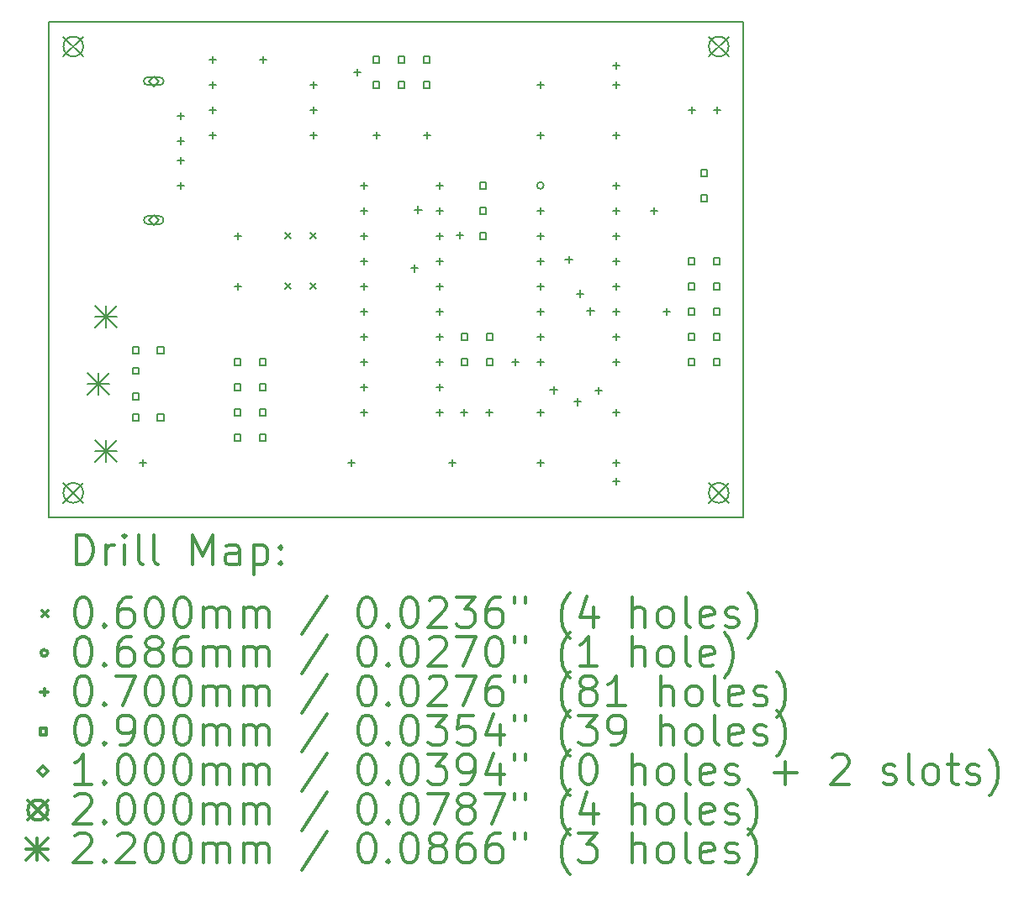
<source format=gbr>
%FSLAX45Y45*%
G04 Gerber Fmt 4.5, Leading zero omitted, Abs format (unit mm)*
G04 Created by KiCad (PCBNEW 5.1.12-84ad8e8a86~92~ubuntu20.04.1) date 2021-12-10 13:48:25*
%MOMM*%
%LPD*%
G01*
G04 APERTURE LIST*
%TA.AperFunction,Profile*%
%ADD10C,0.150000*%
%TD*%
%ADD11C,0.200000*%
%ADD12C,0.300000*%
G04 APERTURE END LIST*
D10*
X16850000Y-6800000D02*
X9850000Y-6800000D01*
X16850000Y-11800000D02*
X16850000Y-6800000D01*
X9850000Y-11800000D02*
X16850000Y-11800000D01*
X9850000Y-6800000D02*
X9850000Y-11800000D01*
D11*
X12233000Y-8929000D02*
X12293000Y-8989000D01*
X12293000Y-8929000D02*
X12233000Y-8989000D01*
X12233000Y-9437000D02*
X12293000Y-9497000D01*
X12293000Y-9437000D02*
X12233000Y-9497000D01*
X12487000Y-8929000D02*
X12547000Y-8989000D01*
X12547000Y-8929000D02*
X12487000Y-8989000D01*
X12487000Y-9437000D02*
X12547000Y-9497000D01*
X12547000Y-9437000D02*
X12487000Y-9497000D01*
X14837290Y-8451000D02*
G75*
G03*
X14837290Y-8451000I-34290J0D01*
G01*
X10802500Y-11210000D02*
X10802500Y-11280000D01*
X10767500Y-11245000D02*
X10837500Y-11245000D01*
X11181000Y-7715000D02*
X11181000Y-7785000D01*
X11146000Y-7750000D02*
X11216000Y-7750000D01*
X11181000Y-7965000D02*
X11181000Y-8035000D01*
X11146000Y-8000000D02*
X11216000Y-8000000D01*
X11181000Y-8165000D02*
X11181000Y-8235000D01*
X11146000Y-8200000D02*
X11216000Y-8200000D01*
X11181000Y-8415000D02*
X11181000Y-8485000D01*
X11146000Y-8450000D02*
X11216000Y-8450000D01*
X11501000Y-7146000D02*
X11501000Y-7216000D01*
X11466000Y-7181000D02*
X11536000Y-7181000D01*
X11501000Y-7400000D02*
X11501000Y-7470000D01*
X11466000Y-7435000D02*
X11536000Y-7435000D01*
X11501000Y-7654000D02*
X11501000Y-7724000D01*
X11466000Y-7689000D02*
X11536000Y-7689000D01*
X11501000Y-7908000D02*
X11501000Y-7978000D01*
X11466000Y-7943000D02*
X11536000Y-7943000D01*
X11755000Y-8924000D02*
X11755000Y-8994000D01*
X11720000Y-8959000D02*
X11790000Y-8959000D01*
X11755000Y-9432000D02*
X11755000Y-9502000D01*
X11720000Y-9467000D02*
X11790000Y-9467000D01*
X12009000Y-7146000D02*
X12009000Y-7216000D01*
X11974000Y-7181000D02*
X12044000Y-7181000D01*
X12517000Y-7400000D02*
X12517000Y-7470000D01*
X12482000Y-7435000D02*
X12552000Y-7435000D01*
X12517000Y-7654000D02*
X12517000Y-7724000D01*
X12482000Y-7689000D02*
X12552000Y-7689000D01*
X12517000Y-7908000D02*
X12517000Y-7978000D01*
X12482000Y-7943000D02*
X12552000Y-7943000D01*
X12898000Y-11210000D02*
X12898000Y-11280000D01*
X12863000Y-11245000D02*
X12933000Y-11245000D01*
X12961500Y-7273000D02*
X12961500Y-7343000D01*
X12926500Y-7308000D02*
X12996500Y-7308000D01*
X13025000Y-8416000D02*
X13025000Y-8486000D01*
X12990000Y-8451000D02*
X13060000Y-8451000D01*
X13025000Y-8670000D02*
X13025000Y-8740000D01*
X12990000Y-8705000D02*
X13060000Y-8705000D01*
X13025000Y-8924000D02*
X13025000Y-8994000D01*
X12990000Y-8959000D02*
X13060000Y-8959000D01*
X13025000Y-9178000D02*
X13025000Y-9248000D01*
X12990000Y-9213000D02*
X13060000Y-9213000D01*
X13025000Y-9432000D02*
X13025000Y-9502000D01*
X12990000Y-9467000D02*
X13060000Y-9467000D01*
X13025000Y-9686000D02*
X13025000Y-9756000D01*
X12990000Y-9721000D02*
X13060000Y-9721000D01*
X13025000Y-9940000D02*
X13025000Y-10010000D01*
X12990000Y-9975000D02*
X13060000Y-9975000D01*
X13025000Y-10194000D02*
X13025000Y-10264000D01*
X12990000Y-10229000D02*
X13060000Y-10229000D01*
X13025000Y-10448000D02*
X13025000Y-10518000D01*
X12990000Y-10483000D02*
X13060000Y-10483000D01*
X13025000Y-10702000D02*
X13025000Y-10772000D01*
X12990000Y-10737000D02*
X13060000Y-10737000D01*
X13152000Y-7908000D02*
X13152000Y-7978000D01*
X13117000Y-7943000D02*
X13187000Y-7943000D01*
X13535540Y-9251660D02*
X13535540Y-9321660D01*
X13500540Y-9286660D02*
X13570540Y-9286660D01*
X13573640Y-8659840D02*
X13573640Y-8729840D01*
X13538640Y-8694840D02*
X13608640Y-8694840D01*
X13660000Y-7908000D02*
X13660000Y-7978000D01*
X13625000Y-7943000D02*
X13695000Y-7943000D01*
X13787000Y-8416000D02*
X13787000Y-8486000D01*
X13752000Y-8451000D02*
X13822000Y-8451000D01*
X13787000Y-8670000D02*
X13787000Y-8740000D01*
X13752000Y-8705000D02*
X13822000Y-8705000D01*
X13787000Y-8924000D02*
X13787000Y-8994000D01*
X13752000Y-8959000D02*
X13822000Y-8959000D01*
X13787000Y-9178000D02*
X13787000Y-9248000D01*
X13752000Y-9213000D02*
X13822000Y-9213000D01*
X13787000Y-9432000D02*
X13787000Y-9502000D01*
X13752000Y-9467000D02*
X13822000Y-9467000D01*
X13787000Y-9686000D02*
X13787000Y-9756000D01*
X13752000Y-9721000D02*
X13822000Y-9721000D01*
X13787000Y-9940000D02*
X13787000Y-10010000D01*
X13752000Y-9975000D02*
X13822000Y-9975000D01*
X13787000Y-10194000D02*
X13787000Y-10264000D01*
X13752000Y-10229000D02*
X13822000Y-10229000D01*
X13787000Y-10448000D02*
X13787000Y-10518000D01*
X13752000Y-10483000D02*
X13822000Y-10483000D01*
X13787000Y-10702000D02*
X13787000Y-10772000D01*
X13752000Y-10737000D02*
X13822000Y-10737000D01*
X13914000Y-11210000D02*
X13914000Y-11280000D01*
X13879000Y-11245000D02*
X13949000Y-11245000D01*
X13990200Y-8918920D02*
X13990200Y-8988920D01*
X13955200Y-8953920D02*
X14025200Y-8953920D01*
X14038437Y-10701099D02*
X14038437Y-10771099D01*
X14003437Y-10736099D02*
X14073437Y-10736099D01*
X14292437Y-10701099D02*
X14292437Y-10771099D01*
X14257437Y-10736099D02*
X14327437Y-10736099D01*
X14549000Y-10194000D02*
X14549000Y-10264000D01*
X14514000Y-10229000D02*
X14584000Y-10229000D01*
X14803000Y-7400000D02*
X14803000Y-7470000D01*
X14768000Y-7435000D02*
X14838000Y-7435000D01*
X14803000Y-7908000D02*
X14803000Y-7978000D01*
X14768000Y-7943000D02*
X14838000Y-7943000D01*
X14803000Y-8670000D02*
X14803000Y-8740000D01*
X14768000Y-8705000D02*
X14838000Y-8705000D01*
X14803000Y-8924000D02*
X14803000Y-8994000D01*
X14768000Y-8959000D02*
X14838000Y-8959000D01*
X14803000Y-9178000D02*
X14803000Y-9248000D01*
X14768000Y-9213000D02*
X14838000Y-9213000D01*
X14803000Y-9432000D02*
X14803000Y-9502000D01*
X14768000Y-9467000D02*
X14838000Y-9467000D01*
X14803000Y-9686000D02*
X14803000Y-9756000D01*
X14768000Y-9721000D02*
X14838000Y-9721000D01*
X14803000Y-9940000D02*
X14803000Y-10010000D01*
X14768000Y-9975000D02*
X14838000Y-9975000D01*
X14803000Y-10194000D02*
X14803000Y-10264000D01*
X14768000Y-10229000D02*
X14838000Y-10229000D01*
X14803000Y-10702000D02*
X14803000Y-10772000D01*
X14768000Y-10737000D02*
X14838000Y-10737000D01*
X14803000Y-11210000D02*
X14803000Y-11280000D01*
X14768000Y-11245000D02*
X14838000Y-11245000D01*
X14937620Y-10478480D02*
X14937620Y-10548480D01*
X14902620Y-10513480D02*
X14972620Y-10513480D01*
X15089593Y-9163000D02*
X15089593Y-9233000D01*
X15054593Y-9198000D02*
X15124593Y-9198000D01*
X15176380Y-10597860D02*
X15176380Y-10667860D01*
X15141380Y-10632860D02*
X15211380Y-10632860D01*
X15201630Y-9506480D02*
X15201630Y-9576480D01*
X15166630Y-9541480D02*
X15236630Y-9541480D01*
X15308921Y-9683460D02*
X15308921Y-9753460D01*
X15273921Y-9718460D02*
X15343921Y-9718460D01*
X15389740Y-10486100D02*
X15389740Y-10556100D01*
X15354740Y-10521100D02*
X15424740Y-10521100D01*
X15565000Y-7209500D02*
X15565000Y-7279500D01*
X15530000Y-7244500D02*
X15600000Y-7244500D01*
X15565000Y-7400000D02*
X15565000Y-7470000D01*
X15530000Y-7435000D02*
X15600000Y-7435000D01*
X15565000Y-7908000D02*
X15565000Y-7978000D01*
X15530000Y-7943000D02*
X15600000Y-7943000D01*
X15565000Y-8416000D02*
X15565000Y-8486000D01*
X15530000Y-8451000D02*
X15600000Y-8451000D01*
X15565000Y-8670000D02*
X15565000Y-8740000D01*
X15530000Y-8705000D02*
X15600000Y-8705000D01*
X15565000Y-8924000D02*
X15565000Y-8994000D01*
X15530000Y-8959000D02*
X15600000Y-8959000D01*
X15565000Y-9178000D02*
X15565000Y-9248000D01*
X15530000Y-9213000D02*
X15600000Y-9213000D01*
X15565000Y-9432000D02*
X15565000Y-9502000D01*
X15530000Y-9467000D02*
X15600000Y-9467000D01*
X15565000Y-9686000D02*
X15565000Y-9756000D01*
X15530000Y-9721000D02*
X15600000Y-9721000D01*
X15565000Y-9940000D02*
X15565000Y-10010000D01*
X15530000Y-9975000D02*
X15600000Y-9975000D01*
X15565000Y-10194000D02*
X15565000Y-10264000D01*
X15530000Y-10229000D02*
X15600000Y-10229000D01*
X15565000Y-10702000D02*
X15565000Y-10772000D01*
X15530000Y-10737000D02*
X15600000Y-10737000D01*
X15565000Y-11210000D02*
X15565000Y-11280000D01*
X15530000Y-11245000D02*
X15600000Y-11245000D01*
X15565000Y-11400500D02*
X15565000Y-11470500D01*
X15530000Y-11435500D02*
X15600000Y-11435500D01*
X15946000Y-8670000D02*
X15946000Y-8740000D01*
X15911000Y-8705000D02*
X15981000Y-8705000D01*
X16073000Y-9686000D02*
X16073000Y-9756000D01*
X16038000Y-9721000D02*
X16108000Y-9721000D01*
X16327000Y-7654000D02*
X16327000Y-7724000D01*
X16292000Y-7689000D02*
X16362000Y-7689000D01*
X16581000Y-7654000D02*
X16581000Y-7724000D01*
X16546000Y-7689000D02*
X16616000Y-7689000D01*
X10761820Y-10141820D02*
X10761820Y-10078180D01*
X10698180Y-10078180D01*
X10698180Y-10141820D01*
X10761820Y-10141820D01*
X10761820Y-10351820D02*
X10761820Y-10288180D01*
X10698180Y-10288180D01*
X10698180Y-10351820D01*
X10761820Y-10351820D01*
X10761820Y-10611820D02*
X10761820Y-10548180D01*
X10698180Y-10548180D01*
X10698180Y-10611820D01*
X10761820Y-10611820D01*
X10761820Y-10821820D02*
X10761820Y-10758180D01*
X10698180Y-10758180D01*
X10698180Y-10821820D01*
X10761820Y-10821820D01*
X11011820Y-10141820D02*
X11011820Y-10078180D01*
X10948180Y-10078180D01*
X10948180Y-10141820D01*
X11011820Y-10141820D01*
X11011820Y-10821820D02*
X11011820Y-10758180D01*
X10948180Y-10758180D01*
X10948180Y-10821820D01*
X11011820Y-10821820D01*
X11786820Y-10260820D02*
X11786820Y-10197180D01*
X11723180Y-10197180D01*
X11723180Y-10260820D01*
X11786820Y-10260820D01*
X11786820Y-10514820D02*
X11786820Y-10451180D01*
X11723180Y-10451180D01*
X11723180Y-10514820D01*
X11786820Y-10514820D01*
X11786820Y-10768820D02*
X11786820Y-10705180D01*
X11723180Y-10705180D01*
X11723180Y-10768820D01*
X11786820Y-10768820D01*
X11786820Y-11022820D02*
X11786820Y-10959180D01*
X11723180Y-10959180D01*
X11723180Y-11022820D01*
X11786820Y-11022820D01*
X12040820Y-10260820D02*
X12040820Y-10197180D01*
X11977180Y-10197180D01*
X11977180Y-10260820D01*
X12040820Y-10260820D01*
X12040820Y-10514820D02*
X12040820Y-10451180D01*
X11977180Y-10451180D01*
X11977180Y-10514820D01*
X12040820Y-10514820D01*
X12040820Y-10768820D02*
X12040820Y-10705180D01*
X11977180Y-10705180D01*
X11977180Y-10768820D01*
X12040820Y-10768820D01*
X12040820Y-11022820D02*
X12040820Y-10959180D01*
X11977180Y-10959180D01*
X11977180Y-11022820D01*
X12040820Y-11022820D01*
X13183820Y-7212820D02*
X13183820Y-7149180D01*
X13120180Y-7149180D01*
X13120180Y-7212820D01*
X13183820Y-7212820D01*
X13183820Y-7466820D02*
X13183820Y-7403180D01*
X13120180Y-7403180D01*
X13120180Y-7466820D01*
X13183820Y-7466820D01*
X13437820Y-7212820D02*
X13437820Y-7149180D01*
X13374180Y-7149180D01*
X13374180Y-7212820D01*
X13437820Y-7212820D01*
X13437820Y-7466820D02*
X13437820Y-7403180D01*
X13374180Y-7403180D01*
X13374180Y-7466820D01*
X13437820Y-7466820D01*
X13691820Y-7212820D02*
X13691820Y-7149180D01*
X13628180Y-7149180D01*
X13628180Y-7212820D01*
X13691820Y-7212820D01*
X13691820Y-7466820D02*
X13691820Y-7403180D01*
X13628180Y-7403180D01*
X13628180Y-7466820D01*
X13691820Y-7466820D01*
X14072820Y-10006820D02*
X14072820Y-9943180D01*
X14009180Y-9943180D01*
X14009180Y-10006820D01*
X14072820Y-10006820D01*
X14072820Y-10260820D02*
X14072820Y-10197180D01*
X14009180Y-10197180D01*
X14009180Y-10260820D01*
X14072820Y-10260820D01*
X14255820Y-8482820D02*
X14255820Y-8419180D01*
X14192180Y-8419180D01*
X14192180Y-8482820D01*
X14255820Y-8482820D01*
X14255820Y-8736820D02*
X14255820Y-8673180D01*
X14192180Y-8673180D01*
X14192180Y-8736820D01*
X14255820Y-8736820D01*
X14255820Y-8990820D02*
X14255820Y-8927180D01*
X14192180Y-8927180D01*
X14192180Y-8990820D01*
X14255820Y-8990820D01*
X14326820Y-10006820D02*
X14326820Y-9943180D01*
X14263180Y-9943180D01*
X14263180Y-10006820D01*
X14326820Y-10006820D01*
X14326820Y-10260820D02*
X14326820Y-10197180D01*
X14263180Y-10197180D01*
X14263180Y-10260820D01*
X14326820Y-10260820D01*
X16358820Y-9244820D02*
X16358820Y-9181180D01*
X16295180Y-9181180D01*
X16295180Y-9244820D01*
X16358820Y-9244820D01*
X16358820Y-9498820D02*
X16358820Y-9435180D01*
X16295180Y-9435180D01*
X16295180Y-9498820D01*
X16358820Y-9498820D01*
X16358820Y-9752820D02*
X16358820Y-9689180D01*
X16295180Y-9689180D01*
X16295180Y-9752820D01*
X16358820Y-9752820D01*
X16358820Y-10006820D02*
X16358820Y-9943180D01*
X16295180Y-9943180D01*
X16295180Y-10006820D01*
X16358820Y-10006820D01*
X16358820Y-10260820D02*
X16358820Y-10197180D01*
X16295180Y-10197180D01*
X16295180Y-10260820D01*
X16358820Y-10260820D01*
X16485820Y-8357852D02*
X16485820Y-8294212D01*
X16422180Y-8294212D01*
X16422180Y-8357852D01*
X16485820Y-8357852D01*
X16485820Y-8611852D02*
X16485820Y-8548212D01*
X16422180Y-8548212D01*
X16422180Y-8611852D01*
X16485820Y-8611852D01*
X16612820Y-9244820D02*
X16612820Y-9181180D01*
X16549180Y-9181180D01*
X16549180Y-9244820D01*
X16612820Y-9244820D01*
X16612820Y-9498820D02*
X16612820Y-9435180D01*
X16549180Y-9435180D01*
X16549180Y-9498820D01*
X16612820Y-9498820D01*
X16612820Y-9752820D02*
X16612820Y-9689180D01*
X16549180Y-9689180D01*
X16549180Y-9752820D01*
X16612820Y-9752820D01*
X16612820Y-10006820D02*
X16612820Y-9943180D01*
X16549180Y-9943180D01*
X16549180Y-10006820D01*
X16612820Y-10006820D01*
X16612820Y-10260820D02*
X16612820Y-10197180D01*
X16549180Y-10197180D01*
X16549180Y-10260820D01*
X16612820Y-10260820D01*
X10910000Y-7450000D02*
X10960000Y-7400000D01*
X10910000Y-7350000D01*
X10860000Y-7400000D01*
X10910000Y-7450000D01*
X10970000Y-7360000D02*
X10850000Y-7360000D01*
X10970000Y-7440000D02*
X10850000Y-7440000D01*
X10850000Y-7360000D02*
G75*
G03*
X10850000Y-7440000I0J-40000D01*
G01*
X10970000Y-7440000D02*
G75*
G03*
X10970000Y-7360000I0J40000D01*
G01*
X10910000Y-8850000D02*
X10960000Y-8800000D01*
X10910000Y-8750000D01*
X10860000Y-8800000D01*
X10910000Y-8850000D01*
X10970000Y-8760000D02*
X10850000Y-8760000D01*
X10970000Y-8840000D02*
X10850000Y-8840000D01*
X10850000Y-8760000D02*
G75*
G03*
X10850000Y-8840000I0J-40000D01*
G01*
X10970000Y-8840000D02*
G75*
G03*
X10970000Y-8760000I0J40000D01*
G01*
X10000000Y-6950000D02*
X10200000Y-7150000D01*
X10200000Y-6950000D02*
X10000000Y-7150000D01*
X10200000Y-7050000D02*
G75*
G03*
X10200000Y-7050000I-100000J0D01*
G01*
X10000000Y-11450000D02*
X10200000Y-11650000D01*
X10200000Y-11450000D02*
X10000000Y-11650000D01*
X10200000Y-11550000D02*
G75*
G03*
X10200000Y-11550000I-100000J0D01*
G01*
X16500000Y-6950000D02*
X16700000Y-7150000D01*
X16700000Y-6950000D02*
X16500000Y-7150000D01*
X16700000Y-7050000D02*
G75*
G03*
X16700000Y-7050000I-100000J0D01*
G01*
X16500000Y-11450000D02*
X16700000Y-11650000D01*
X16700000Y-11450000D02*
X16500000Y-11650000D01*
X16700000Y-11550000D02*
G75*
G03*
X16700000Y-11550000I-100000J0D01*
G01*
X10240000Y-10340000D02*
X10460000Y-10560000D01*
X10460000Y-10340000D02*
X10240000Y-10560000D01*
X10350000Y-10340000D02*
X10350000Y-10560000D01*
X10240000Y-10450000D02*
X10460000Y-10450000D01*
X10320000Y-9665000D02*
X10540000Y-9885000D01*
X10540000Y-9665000D02*
X10320000Y-9885000D01*
X10430000Y-9665000D02*
X10430000Y-9885000D01*
X10320000Y-9775000D02*
X10540000Y-9775000D01*
X10320000Y-11015000D02*
X10540000Y-11235000D01*
X10540000Y-11015000D02*
X10320000Y-11235000D01*
X10430000Y-11015000D02*
X10430000Y-11235000D01*
X10320000Y-11125000D02*
X10540000Y-11125000D01*
D12*
X10128928Y-12273214D02*
X10128928Y-11973214D01*
X10200357Y-11973214D01*
X10243214Y-11987500D01*
X10271786Y-12016071D01*
X10286071Y-12044643D01*
X10300357Y-12101786D01*
X10300357Y-12144643D01*
X10286071Y-12201786D01*
X10271786Y-12230357D01*
X10243214Y-12258929D01*
X10200357Y-12273214D01*
X10128928Y-12273214D01*
X10428928Y-12273214D02*
X10428928Y-12073214D01*
X10428928Y-12130357D02*
X10443214Y-12101786D01*
X10457500Y-12087500D01*
X10486071Y-12073214D01*
X10514643Y-12073214D01*
X10614643Y-12273214D02*
X10614643Y-12073214D01*
X10614643Y-11973214D02*
X10600357Y-11987500D01*
X10614643Y-12001786D01*
X10628928Y-11987500D01*
X10614643Y-11973214D01*
X10614643Y-12001786D01*
X10800357Y-12273214D02*
X10771786Y-12258929D01*
X10757500Y-12230357D01*
X10757500Y-11973214D01*
X10957500Y-12273214D02*
X10928928Y-12258929D01*
X10914643Y-12230357D01*
X10914643Y-11973214D01*
X11300357Y-12273214D02*
X11300357Y-11973214D01*
X11400357Y-12187500D01*
X11500357Y-11973214D01*
X11500357Y-12273214D01*
X11771786Y-12273214D02*
X11771786Y-12116071D01*
X11757500Y-12087500D01*
X11728928Y-12073214D01*
X11671786Y-12073214D01*
X11643214Y-12087500D01*
X11771786Y-12258929D02*
X11743214Y-12273214D01*
X11671786Y-12273214D01*
X11643214Y-12258929D01*
X11628928Y-12230357D01*
X11628928Y-12201786D01*
X11643214Y-12173214D01*
X11671786Y-12158929D01*
X11743214Y-12158929D01*
X11771786Y-12144643D01*
X11914643Y-12073214D02*
X11914643Y-12373214D01*
X11914643Y-12087500D02*
X11943214Y-12073214D01*
X12000357Y-12073214D01*
X12028928Y-12087500D01*
X12043214Y-12101786D01*
X12057500Y-12130357D01*
X12057500Y-12216071D01*
X12043214Y-12244643D01*
X12028928Y-12258929D01*
X12000357Y-12273214D01*
X11943214Y-12273214D01*
X11914643Y-12258929D01*
X12186071Y-12244643D02*
X12200357Y-12258929D01*
X12186071Y-12273214D01*
X12171786Y-12258929D01*
X12186071Y-12244643D01*
X12186071Y-12273214D01*
X12186071Y-12087500D02*
X12200357Y-12101786D01*
X12186071Y-12116071D01*
X12171786Y-12101786D01*
X12186071Y-12087500D01*
X12186071Y-12116071D01*
X9782500Y-12737500D02*
X9842500Y-12797500D01*
X9842500Y-12737500D02*
X9782500Y-12797500D01*
X10186071Y-12603214D02*
X10214643Y-12603214D01*
X10243214Y-12617500D01*
X10257500Y-12631786D01*
X10271786Y-12660357D01*
X10286071Y-12717500D01*
X10286071Y-12788929D01*
X10271786Y-12846071D01*
X10257500Y-12874643D01*
X10243214Y-12888929D01*
X10214643Y-12903214D01*
X10186071Y-12903214D01*
X10157500Y-12888929D01*
X10143214Y-12874643D01*
X10128928Y-12846071D01*
X10114643Y-12788929D01*
X10114643Y-12717500D01*
X10128928Y-12660357D01*
X10143214Y-12631786D01*
X10157500Y-12617500D01*
X10186071Y-12603214D01*
X10414643Y-12874643D02*
X10428928Y-12888929D01*
X10414643Y-12903214D01*
X10400357Y-12888929D01*
X10414643Y-12874643D01*
X10414643Y-12903214D01*
X10686071Y-12603214D02*
X10628928Y-12603214D01*
X10600357Y-12617500D01*
X10586071Y-12631786D01*
X10557500Y-12674643D01*
X10543214Y-12731786D01*
X10543214Y-12846071D01*
X10557500Y-12874643D01*
X10571786Y-12888929D01*
X10600357Y-12903214D01*
X10657500Y-12903214D01*
X10686071Y-12888929D01*
X10700357Y-12874643D01*
X10714643Y-12846071D01*
X10714643Y-12774643D01*
X10700357Y-12746071D01*
X10686071Y-12731786D01*
X10657500Y-12717500D01*
X10600357Y-12717500D01*
X10571786Y-12731786D01*
X10557500Y-12746071D01*
X10543214Y-12774643D01*
X10900357Y-12603214D02*
X10928928Y-12603214D01*
X10957500Y-12617500D01*
X10971786Y-12631786D01*
X10986071Y-12660357D01*
X11000357Y-12717500D01*
X11000357Y-12788929D01*
X10986071Y-12846071D01*
X10971786Y-12874643D01*
X10957500Y-12888929D01*
X10928928Y-12903214D01*
X10900357Y-12903214D01*
X10871786Y-12888929D01*
X10857500Y-12874643D01*
X10843214Y-12846071D01*
X10828928Y-12788929D01*
X10828928Y-12717500D01*
X10843214Y-12660357D01*
X10857500Y-12631786D01*
X10871786Y-12617500D01*
X10900357Y-12603214D01*
X11186071Y-12603214D02*
X11214643Y-12603214D01*
X11243214Y-12617500D01*
X11257500Y-12631786D01*
X11271786Y-12660357D01*
X11286071Y-12717500D01*
X11286071Y-12788929D01*
X11271786Y-12846071D01*
X11257500Y-12874643D01*
X11243214Y-12888929D01*
X11214643Y-12903214D01*
X11186071Y-12903214D01*
X11157500Y-12888929D01*
X11143214Y-12874643D01*
X11128928Y-12846071D01*
X11114643Y-12788929D01*
X11114643Y-12717500D01*
X11128928Y-12660357D01*
X11143214Y-12631786D01*
X11157500Y-12617500D01*
X11186071Y-12603214D01*
X11414643Y-12903214D02*
X11414643Y-12703214D01*
X11414643Y-12731786D02*
X11428928Y-12717500D01*
X11457500Y-12703214D01*
X11500357Y-12703214D01*
X11528928Y-12717500D01*
X11543214Y-12746071D01*
X11543214Y-12903214D01*
X11543214Y-12746071D02*
X11557500Y-12717500D01*
X11586071Y-12703214D01*
X11628928Y-12703214D01*
X11657500Y-12717500D01*
X11671786Y-12746071D01*
X11671786Y-12903214D01*
X11814643Y-12903214D02*
X11814643Y-12703214D01*
X11814643Y-12731786D02*
X11828928Y-12717500D01*
X11857500Y-12703214D01*
X11900357Y-12703214D01*
X11928928Y-12717500D01*
X11943214Y-12746071D01*
X11943214Y-12903214D01*
X11943214Y-12746071D02*
X11957500Y-12717500D01*
X11986071Y-12703214D01*
X12028928Y-12703214D01*
X12057500Y-12717500D01*
X12071786Y-12746071D01*
X12071786Y-12903214D01*
X12657500Y-12588929D02*
X12400357Y-12974643D01*
X13043214Y-12603214D02*
X13071786Y-12603214D01*
X13100357Y-12617500D01*
X13114643Y-12631786D01*
X13128928Y-12660357D01*
X13143214Y-12717500D01*
X13143214Y-12788929D01*
X13128928Y-12846071D01*
X13114643Y-12874643D01*
X13100357Y-12888929D01*
X13071786Y-12903214D01*
X13043214Y-12903214D01*
X13014643Y-12888929D01*
X13000357Y-12874643D01*
X12986071Y-12846071D01*
X12971786Y-12788929D01*
X12971786Y-12717500D01*
X12986071Y-12660357D01*
X13000357Y-12631786D01*
X13014643Y-12617500D01*
X13043214Y-12603214D01*
X13271786Y-12874643D02*
X13286071Y-12888929D01*
X13271786Y-12903214D01*
X13257500Y-12888929D01*
X13271786Y-12874643D01*
X13271786Y-12903214D01*
X13471786Y-12603214D02*
X13500357Y-12603214D01*
X13528928Y-12617500D01*
X13543214Y-12631786D01*
X13557500Y-12660357D01*
X13571786Y-12717500D01*
X13571786Y-12788929D01*
X13557500Y-12846071D01*
X13543214Y-12874643D01*
X13528928Y-12888929D01*
X13500357Y-12903214D01*
X13471786Y-12903214D01*
X13443214Y-12888929D01*
X13428928Y-12874643D01*
X13414643Y-12846071D01*
X13400357Y-12788929D01*
X13400357Y-12717500D01*
X13414643Y-12660357D01*
X13428928Y-12631786D01*
X13443214Y-12617500D01*
X13471786Y-12603214D01*
X13686071Y-12631786D02*
X13700357Y-12617500D01*
X13728928Y-12603214D01*
X13800357Y-12603214D01*
X13828928Y-12617500D01*
X13843214Y-12631786D01*
X13857500Y-12660357D01*
X13857500Y-12688929D01*
X13843214Y-12731786D01*
X13671786Y-12903214D01*
X13857500Y-12903214D01*
X13957500Y-12603214D02*
X14143214Y-12603214D01*
X14043214Y-12717500D01*
X14086071Y-12717500D01*
X14114643Y-12731786D01*
X14128928Y-12746071D01*
X14143214Y-12774643D01*
X14143214Y-12846071D01*
X14128928Y-12874643D01*
X14114643Y-12888929D01*
X14086071Y-12903214D01*
X14000357Y-12903214D01*
X13971786Y-12888929D01*
X13957500Y-12874643D01*
X14400357Y-12603214D02*
X14343214Y-12603214D01*
X14314643Y-12617500D01*
X14300357Y-12631786D01*
X14271786Y-12674643D01*
X14257500Y-12731786D01*
X14257500Y-12846071D01*
X14271786Y-12874643D01*
X14286071Y-12888929D01*
X14314643Y-12903214D01*
X14371786Y-12903214D01*
X14400357Y-12888929D01*
X14414643Y-12874643D01*
X14428928Y-12846071D01*
X14428928Y-12774643D01*
X14414643Y-12746071D01*
X14400357Y-12731786D01*
X14371786Y-12717500D01*
X14314643Y-12717500D01*
X14286071Y-12731786D01*
X14271786Y-12746071D01*
X14257500Y-12774643D01*
X14543214Y-12603214D02*
X14543214Y-12660357D01*
X14657500Y-12603214D02*
X14657500Y-12660357D01*
X15100357Y-13017500D02*
X15086071Y-13003214D01*
X15057500Y-12960357D01*
X15043214Y-12931786D01*
X15028928Y-12888929D01*
X15014643Y-12817500D01*
X15014643Y-12760357D01*
X15028928Y-12688929D01*
X15043214Y-12646071D01*
X15057500Y-12617500D01*
X15086071Y-12574643D01*
X15100357Y-12560357D01*
X15343214Y-12703214D02*
X15343214Y-12903214D01*
X15271786Y-12588929D02*
X15200357Y-12803214D01*
X15386071Y-12803214D01*
X15728928Y-12903214D02*
X15728928Y-12603214D01*
X15857500Y-12903214D02*
X15857500Y-12746071D01*
X15843214Y-12717500D01*
X15814643Y-12703214D01*
X15771786Y-12703214D01*
X15743214Y-12717500D01*
X15728928Y-12731786D01*
X16043214Y-12903214D02*
X16014643Y-12888929D01*
X16000357Y-12874643D01*
X15986071Y-12846071D01*
X15986071Y-12760357D01*
X16000357Y-12731786D01*
X16014643Y-12717500D01*
X16043214Y-12703214D01*
X16086071Y-12703214D01*
X16114643Y-12717500D01*
X16128928Y-12731786D01*
X16143214Y-12760357D01*
X16143214Y-12846071D01*
X16128928Y-12874643D01*
X16114643Y-12888929D01*
X16086071Y-12903214D01*
X16043214Y-12903214D01*
X16314643Y-12903214D02*
X16286071Y-12888929D01*
X16271786Y-12860357D01*
X16271786Y-12603214D01*
X16543214Y-12888929D02*
X16514643Y-12903214D01*
X16457500Y-12903214D01*
X16428928Y-12888929D01*
X16414643Y-12860357D01*
X16414643Y-12746071D01*
X16428928Y-12717500D01*
X16457500Y-12703214D01*
X16514643Y-12703214D01*
X16543214Y-12717500D01*
X16557500Y-12746071D01*
X16557500Y-12774643D01*
X16414643Y-12803214D01*
X16671786Y-12888929D02*
X16700357Y-12903214D01*
X16757500Y-12903214D01*
X16786071Y-12888929D01*
X16800357Y-12860357D01*
X16800357Y-12846071D01*
X16786071Y-12817500D01*
X16757500Y-12803214D01*
X16714643Y-12803214D01*
X16686071Y-12788929D01*
X16671786Y-12760357D01*
X16671786Y-12746071D01*
X16686071Y-12717500D01*
X16714643Y-12703214D01*
X16757500Y-12703214D01*
X16786071Y-12717500D01*
X16900357Y-13017500D02*
X16914643Y-13003214D01*
X16943214Y-12960357D01*
X16957500Y-12931786D01*
X16971786Y-12888929D01*
X16986071Y-12817500D01*
X16986071Y-12760357D01*
X16971786Y-12688929D01*
X16957500Y-12646071D01*
X16943214Y-12617500D01*
X16914643Y-12574643D01*
X16900357Y-12560357D01*
X9842500Y-13163500D02*
G75*
G03*
X9842500Y-13163500I-34290J0D01*
G01*
X10186071Y-12999214D02*
X10214643Y-12999214D01*
X10243214Y-13013500D01*
X10257500Y-13027786D01*
X10271786Y-13056357D01*
X10286071Y-13113500D01*
X10286071Y-13184929D01*
X10271786Y-13242071D01*
X10257500Y-13270643D01*
X10243214Y-13284929D01*
X10214643Y-13299214D01*
X10186071Y-13299214D01*
X10157500Y-13284929D01*
X10143214Y-13270643D01*
X10128928Y-13242071D01*
X10114643Y-13184929D01*
X10114643Y-13113500D01*
X10128928Y-13056357D01*
X10143214Y-13027786D01*
X10157500Y-13013500D01*
X10186071Y-12999214D01*
X10414643Y-13270643D02*
X10428928Y-13284929D01*
X10414643Y-13299214D01*
X10400357Y-13284929D01*
X10414643Y-13270643D01*
X10414643Y-13299214D01*
X10686071Y-12999214D02*
X10628928Y-12999214D01*
X10600357Y-13013500D01*
X10586071Y-13027786D01*
X10557500Y-13070643D01*
X10543214Y-13127786D01*
X10543214Y-13242071D01*
X10557500Y-13270643D01*
X10571786Y-13284929D01*
X10600357Y-13299214D01*
X10657500Y-13299214D01*
X10686071Y-13284929D01*
X10700357Y-13270643D01*
X10714643Y-13242071D01*
X10714643Y-13170643D01*
X10700357Y-13142071D01*
X10686071Y-13127786D01*
X10657500Y-13113500D01*
X10600357Y-13113500D01*
X10571786Y-13127786D01*
X10557500Y-13142071D01*
X10543214Y-13170643D01*
X10886071Y-13127786D02*
X10857500Y-13113500D01*
X10843214Y-13099214D01*
X10828928Y-13070643D01*
X10828928Y-13056357D01*
X10843214Y-13027786D01*
X10857500Y-13013500D01*
X10886071Y-12999214D01*
X10943214Y-12999214D01*
X10971786Y-13013500D01*
X10986071Y-13027786D01*
X11000357Y-13056357D01*
X11000357Y-13070643D01*
X10986071Y-13099214D01*
X10971786Y-13113500D01*
X10943214Y-13127786D01*
X10886071Y-13127786D01*
X10857500Y-13142071D01*
X10843214Y-13156357D01*
X10828928Y-13184929D01*
X10828928Y-13242071D01*
X10843214Y-13270643D01*
X10857500Y-13284929D01*
X10886071Y-13299214D01*
X10943214Y-13299214D01*
X10971786Y-13284929D01*
X10986071Y-13270643D01*
X11000357Y-13242071D01*
X11000357Y-13184929D01*
X10986071Y-13156357D01*
X10971786Y-13142071D01*
X10943214Y-13127786D01*
X11257500Y-12999214D02*
X11200357Y-12999214D01*
X11171786Y-13013500D01*
X11157500Y-13027786D01*
X11128928Y-13070643D01*
X11114643Y-13127786D01*
X11114643Y-13242071D01*
X11128928Y-13270643D01*
X11143214Y-13284929D01*
X11171786Y-13299214D01*
X11228928Y-13299214D01*
X11257500Y-13284929D01*
X11271786Y-13270643D01*
X11286071Y-13242071D01*
X11286071Y-13170643D01*
X11271786Y-13142071D01*
X11257500Y-13127786D01*
X11228928Y-13113500D01*
X11171786Y-13113500D01*
X11143214Y-13127786D01*
X11128928Y-13142071D01*
X11114643Y-13170643D01*
X11414643Y-13299214D02*
X11414643Y-13099214D01*
X11414643Y-13127786D02*
X11428928Y-13113500D01*
X11457500Y-13099214D01*
X11500357Y-13099214D01*
X11528928Y-13113500D01*
X11543214Y-13142071D01*
X11543214Y-13299214D01*
X11543214Y-13142071D02*
X11557500Y-13113500D01*
X11586071Y-13099214D01*
X11628928Y-13099214D01*
X11657500Y-13113500D01*
X11671786Y-13142071D01*
X11671786Y-13299214D01*
X11814643Y-13299214D02*
X11814643Y-13099214D01*
X11814643Y-13127786D02*
X11828928Y-13113500D01*
X11857500Y-13099214D01*
X11900357Y-13099214D01*
X11928928Y-13113500D01*
X11943214Y-13142071D01*
X11943214Y-13299214D01*
X11943214Y-13142071D02*
X11957500Y-13113500D01*
X11986071Y-13099214D01*
X12028928Y-13099214D01*
X12057500Y-13113500D01*
X12071786Y-13142071D01*
X12071786Y-13299214D01*
X12657500Y-12984929D02*
X12400357Y-13370643D01*
X13043214Y-12999214D02*
X13071786Y-12999214D01*
X13100357Y-13013500D01*
X13114643Y-13027786D01*
X13128928Y-13056357D01*
X13143214Y-13113500D01*
X13143214Y-13184929D01*
X13128928Y-13242071D01*
X13114643Y-13270643D01*
X13100357Y-13284929D01*
X13071786Y-13299214D01*
X13043214Y-13299214D01*
X13014643Y-13284929D01*
X13000357Y-13270643D01*
X12986071Y-13242071D01*
X12971786Y-13184929D01*
X12971786Y-13113500D01*
X12986071Y-13056357D01*
X13000357Y-13027786D01*
X13014643Y-13013500D01*
X13043214Y-12999214D01*
X13271786Y-13270643D02*
X13286071Y-13284929D01*
X13271786Y-13299214D01*
X13257500Y-13284929D01*
X13271786Y-13270643D01*
X13271786Y-13299214D01*
X13471786Y-12999214D02*
X13500357Y-12999214D01*
X13528928Y-13013500D01*
X13543214Y-13027786D01*
X13557500Y-13056357D01*
X13571786Y-13113500D01*
X13571786Y-13184929D01*
X13557500Y-13242071D01*
X13543214Y-13270643D01*
X13528928Y-13284929D01*
X13500357Y-13299214D01*
X13471786Y-13299214D01*
X13443214Y-13284929D01*
X13428928Y-13270643D01*
X13414643Y-13242071D01*
X13400357Y-13184929D01*
X13400357Y-13113500D01*
X13414643Y-13056357D01*
X13428928Y-13027786D01*
X13443214Y-13013500D01*
X13471786Y-12999214D01*
X13686071Y-13027786D02*
X13700357Y-13013500D01*
X13728928Y-12999214D01*
X13800357Y-12999214D01*
X13828928Y-13013500D01*
X13843214Y-13027786D01*
X13857500Y-13056357D01*
X13857500Y-13084929D01*
X13843214Y-13127786D01*
X13671786Y-13299214D01*
X13857500Y-13299214D01*
X13957500Y-12999214D02*
X14157500Y-12999214D01*
X14028928Y-13299214D01*
X14328928Y-12999214D02*
X14357500Y-12999214D01*
X14386071Y-13013500D01*
X14400357Y-13027786D01*
X14414643Y-13056357D01*
X14428928Y-13113500D01*
X14428928Y-13184929D01*
X14414643Y-13242071D01*
X14400357Y-13270643D01*
X14386071Y-13284929D01*
X14357500Y-13299214D01*
X14328928Y-13299214D01*
X14300357Y-13284929D01*
X14286071Y-13270643D01*
X14271786Y-13242071D01*
X14257500Y-13184929D01*
X14257500Y-13113500D01*
X14271786Y-13056357D01*
X14286071Y-13027786D01*
X14300357Y-13013500D01*
X14328928Y-12999214D01*
X14543214Y-12999214D02*
X14543214Y-13056357D01*
X14657500Y-12999214D02*
X14657500Y-13056357D01*
X15100357Y-13413500D02*
X15086071Y-13399214D01*
X15057500Y-13356357D01*
X15043214Y-13327786D01*
X15028928Y-13284929D01*
X15014643Y-13213500D01*
X15014643Y-13156357D01*
X15028928Y-13084929D01*
X15043214Y-13042071D01*
X15057500Y-13013500D01*
X15086071Y-12970643D01*
X15100357Y-12956357D01*
X15371786Y-13299214D02*
X15200357Y-13299214D01*
X15286071Y-13299214D02*
X15286071Y-12999214D01*
X15257500Y-13042071D01*
X15228928Y-13070643D01*
X15200357Y-13084929D01*
X15728928Y-13299214D02*
X15728928Y-12999214D01*
X15857500Y-13299214D02*
X15857500Y-13142071D01*
X15843214Y-13113500D01*
X15814643Y-13099214D01*
X15771786Y-13099214D01*
X15743214Y-13113500D01*
X15728928Y-13127786D01*
X16043214Y-13299214D02*
X16014643Y-13284929D01*
X16000357Y-13270643D01*
X15986071Y-13242071D01*
X15986071Y-13156357D01*
X16000357Y-13127786D01*
X16014643Y-13113500D01*
X16043214Y-13099214D01*
X16086071Y-13099214D01*
X16114643Y-13113500D01*
X16128928Y-13127786D01*
X16143214Y-13156357D01*
X16143214Y-13242071D01*
X16128928Y-13270643D01*
X16114643Y-13284929D01*
X16086071Y-13299214D01*
X16043214Y-13299214D01*
X16314643Y-13299214D02*
X16286071Y-13284929D01*
X16271786Y-13256357D01*
X16271786Y-12999214D01*
X16543214Y-13284929D02*
X16514643Y-13299214D01*
X16457500Y-13299214D01*
X16428928Y-13284929D01*
X16414643Y-13256357D01*
X16414643Y-13142071D01*
X16428928Y-13113500D01*
X16457500Y-13099214D01*
X16514643Y-13099214D01*
X16543214Y-13113500D01*
X16557500Y-13142071D01*
X16557500Y-13170643D01*
X16414643Y-13199214D01*
X16657500Y-13413500D02*
X16671786Y-13399214D01*
X16700357Y-13356357D01*
X16714643Y-13327786D01*
X16728928Y-13284929D01*
X16743214Y-13213500D01*
X16743214Y-13156357D01*
X16728928Y-13084929D01*
X16714643Y-13042071D01*
X16700357Y-13013500D01*
X16671786Y-12970643D01*
X16657500Y-12956357D01*
X9807500Y-13524500D02*
X9807500Y-13594500D01*
X9772500Y-13559500D02*
X9842500Y-13559500D01*
X10186071Y-13395214D02*
X10214643Y-13395214D01*
X10243214Y-13409500D01*
X10257500Y-13423786D01*
X10271786Y-13452357D01*
X10286071Y-13509500D01*
X10286071Y-13580929D01*
X10271786Y-13638071D01*
X10257500Y-13666643D01*
X10243214Y-13680929D01*
X10214643Y-13695214D01*
X10186071Y-13695214D01*
X10157500Y-13680929D01*
X10143214Y-13666643D01*
X10128928Y-13638071D01*
X10114643Y-13580929D01*
X10114643Y-13509500D01*
X10128928Y-13452357D01*
X10143214Y-13423786D01*
X10157500Y-13409500D01*
X10186071Y-13395214D01*
X10414643Y-13666643D02*
X10428928Y-13680929D01*
X10414643Y-13695214D01*
X10400357Y-13680929D01*
X10414643Y-13666643D01*
X10414643Y-13695214D01*
X10528928Y-13395214D02*
X10728928Y-13395214D01*
X10600357Y-13695214D01*
X10900357Y-13395214D02*
X10928928Y-13395214D01*
X10957500Y-13409500D01*
X10971786Y-13423786D01*
X10986071Y-13452357D01*
X11000357Y-13509500D01*
X11000357Y-13580929D01*
X10986071Y-13638071D01*
X10971786Y-13666643D01*
X10957500Y-13680929D01*
X10928928Y-13695214D01*
X10900357Y-13695214D01*
X10871786Y-13680929D01*
X10857500Y-13666643D01*
X10843214Y-13638071D01*
X10828928Y-13580929D01*
X10828928Y-13509500D01*
X10843214Y-13452357D01*
X10857500Y-13423786D01*
X10871786Y-13409500D01*
X10900357Y-13395214D01*
X11186071Y-13395214D02*
X11214643Y-13395214D01*
X11243214Y-13409500D01*
X11257500Y-13423786D01*
X11271786Y-13452357D01*
X11286071Y-13509500D01*
X11286071Y-13580929D01*
X11271786Y-13638071D01*
X11257500Y-13666643D01*
X11243214Y-13680929D01*
X11214643Y-13695214D01*
X11186071Y-13695214D01*
X11157500Y-13680929D01*
X11143214Y-13666643D01*
X11128928Y-13638071D01*
X11114643Y-13580929D01*
X11114643Y-13509500D01*
X11128928Y-13452357D01*
X11143214Y-13423786D01*
X11157500Y-13409500D01*
X11186071Y-13395214D01*
X11414643Y-13695214D02*
X11414643Y-13495214D01*
X11414643Y-13523786D02*
X11428928Y-13509500D01*
X11457500Y-13495214D01*
X11500357Y-13495214D01*
X11528928Y-13509500D01*
X11543214Y-13538071D01*
X11543214Y-13695214D01*
X11543214Y-13538071D02*
X11557500Y-13509500D01*
X11586071Y-13495214D01*
X11628928Y-13495214D01*
X11657500Y-13509500D01*
X11671786Y-13538071D01*
X11671786Y-13695214D01*
X11814643Y-13695214D02*
X11814643Y-13495214D01*
X11814643Y-13523786D02*
X11828928Y-13509500D01*
X11857500Y-13495214D01*
X11900357Y-13495214D01*
X11928928Y-13509500D01*
X11943214Y-13538071D01*
X11943214Y-13695214D01*
X11943214Y-13538071D02*
X11957500Y-13509500D01*
X11986071Y-13495214D01*
X12028928Y-13495214D01*
X12057500Y-13509500D01*
X12071786Y-13538071D01*
X12071786Y-13695214D01*
X12657500Y-13380929D02*
X12400357Y-13766643D01*
X13043214Y-13395214D02*
X13071786Y-13395214D01*
X13100357Y-13409500D01*
X13114643Y-13423786D01*
X13128928Y-13452357D01*
X13143214Y-13509500D01*
X13143214Y-13580929D01*
X13128928Y-13638071D01*
X13114643Y-13666643D01*
X13100357Y-13680929D01*
X13071786Y-13695214D01*
X13043214Y-13695214D01*
X13014643Y-13680929D01*
X13000357Y-13666643D01*
X12986071Y-13638071D01*
X12971786Y-13580929D01*
X12971786Y-13509500D01*
X12986071Y-13452357D01*
X13000357Y-13423786D01*
X13014643Y-13409500D01*
X13043214Y-13395214D01*
X13271786Y-13666643D02*
X13286071Y-13680929D01*
X13271786Y-13695214D01*
X13257500Y-13680929D01*
X13271786Y-13666643D01*
X13271786Y-13695214D01*
X13471786Y-13395214D02*
X13500357Y-13395214D01*
X13528928Y-13409500D01*
X13543214Y-13423786D01*
X13557500Y-13452357D01*
X13571786Y-13509500D01*
X13571786Y-13580929D01*
X13557500Y-13638071D01*
X13543214Y-13666643D01*
X13528928Y-13680929D01*
X13500357Y-13695214D01*
X13471786Y-13695214D01*
X13443214Y-13680929D01*
X13428928Y-13666643D01*
X13414643Y-13638071D01*
X13400357Y-13580929D01*
X13400357Y-13509500D01*
X13414643Y-13452357D01*
X13428928Y-13423786D01*
X13443214Y-13409500D01*
X13471786Y-13395214D01*
X13686071Y-13423786D02*
X13700357Y-13409500D01*
X13728928Y-13395214D01*
X13800357Y-13395214D01*
X13828928Y-13409500D01*
X13843214Y-13423786D01*
X13857500Y-13452357D01*
X13857500Y-13480929D01*
X13843214Y-13523786D01*
X13671786Y-13695214D01*
X13857500Y-13695214D01*
X13957500Y-13395214D02*
X14157500Y-13395214D01*
X14028928Y-13695214D01*
X14400357Y-13395214D02*
X14343214Y-13395214D01*
X14314643Y-13409500D01*
X14300357Y-13423786D01*
X14271786Y-13466643D01*
X14257500Y-13523786D01*
X14257500Y-13638071D01*
X14271786Y-13666643D01*
X14286071Y-13680929D01*
X14314643Y-13695214D01*
X14371786Y-13695214D01*
X14400357Y-13680929D01*
X14414643Y-13666643D01*
X14428928Y-13638071D01*
X14428928Y-13566643D01*
X14414643Y-13538071D01*
X14400357Y-13523786D01*
X14371786Y-13509500D01*
X14314643Y-13509500D01*
X14286071Y-13523786D01*
X14271786Y-13538071D01*
X14257500Y-13566643D01*
X14543214Y-13395214D02*
X14543214Y-13452357D01*
X14657500Y-13395214D02*
X14657500Y-13452357D01*
X15100357Y-13809500D02*
X15086071Y-13795214D01*
X15057500Y-13752357D01*
X15043214Y-13723786D01*
X15028928Y-13680929D01*
X15014643Y-13609500D01*
X15014643Y-13552357D01*
X15028928Y-13480929D01*
X15043214Y-13438071D01*
X15057500Y-13409500D01*
X15086071Y-13366643D01*
X15100357Y-13352357D01*
X15257500Y-13523786D02*
X15228928Y-13509500D01*
X15214643Y-13495214D01*
X15200357Y-13466643D01*
X15200357Y-13452357D01*
X15214643Y-13423786D01*
X15228928Y-13409500D01*
X15257500Y-13395214D01*
X15314643Y-13395214D01*
X15343214Y-13409500D01*
X15357500Y-13423786D01*
X15371786Y-13452357D01*
X15371786Y-13466643D01*
X15357500Y-13495214D01*
X15343214Y-13509500D01*
X15314643Y-13523786D01*
X15257500Y-13523786D01*
X15228928Y-13538071D01*
X15214643Y-13552357D01*
X15200357Y-13580929D01*
X15200357Y-13638071D01*
X15214643Y-13666643D01*
X15228928Y-13680929D01*
X15257500Y-13695214D01*
X15314643Y-13695214D01*
X15343214Y-13680929D01*
X15357500Y-13666643D01*
X15371786Y-13638071D01*
X15371786Y-13580929D01*
X15357500Y-13552357D01*
X15343214Y-13538071D01*
X15314643Y-13523786D01*
X15657500Y-13695214D02*
X15486071Y-13695214D01*
X15571786Y-13695214D02*
X15571786Y-13395214D01*
X15543214Y-13438071D01*
X15514643Y-13466643D01*
X15486071Y-13480929D01*
X16014643Y-13695214D02*
X16014643Y-13395214D01*
X16143214Y-13695214D02*
X16143214Y-13538071D01*
X16128928Y-13509500D01*
X16100357Y-13495214D01*
X16057500Y-13495214D01*
X16028928Y-13509500D01*
X16014643Y-13523786D01*
X16328928Y-13695214D02*
X16300357Y-13680929D01*
X16286071Y-13666643D01*
X16271786Y-13638071D01*
X16271786Y-13552357D01*
X16286071Y-13523786D01*
X16300357Y-13509500D01*
X16328928Y-13495214D01*
X16371786Y-13495214D01*
X16400357Y-13509500D01*
X16414643Y-13523786D01*
X16428928Y-13552357D01*
X16428928Y-13638071D01*
X16414643Y-13666643D01*
X16400357Y-13680929D01*
X16371786Y-13695214D01*
X16328928Y-13695214D01*
X16600357Y-13695214D02*
X16571786Y-13680929D01*
X16557500Y-13652357D01*
X16557500Y-13395214D01*
X16828928Y-13680929D02*
X16800357Y-13695214D01*
X16743214Y-13695214D01*
X16714643Y-13680929D01*
X16700357Y-13652357D01*
X16700357Y-13538071D01*
X16714643Y-13509500D01*
X16743214Y-13495214D01*
X16800357Y-13495214D01*
X16828928Y-13509500D01*
X16843214Y-13538071D01*
X16843214Y-13566643D01*
X16700357Y-13595214D01*
X16957500Y-13680929D02*
X16986071Y-13695214D01*
X17043214Y-13695214D01*
X17071786Y-13680929D01*
X17086071Y-13652357D01*
X17086071Y-13638071D01*
X17071786Y-13609500D01*
X17043214Y-13595214D01*
X17000357Y-13595214D01*
X16971786Y-13580929D01*
X16957500Y-13552357D01*
X16957500Y-13538071D01*
X16971786Y-13509500D01*
X17000357Y-13495214D01*
X17043214Y-13495214D01*
X17071786Y-13509500D01*
X17186071Y-13809500D02*
X17200357Y-13795214D01*
X17228928Y-13752357D01*
X17243214Y-13723786D01*
X17257500Y-13680929D01*
X17271786Y-13609500D01*
X17271786Y-13552357D01*
X17257500Y-13480929D01*
X17243214Y-13438071D01*
X17228928Y-13409500D01*
X17200357Y-13366643D01*
X17186071Y-13352357D01*
X9829320Y-13987320D02*
X9829320Y-13923680D01*
X9765680Y-13923680D01*
X9765680Y-13987320D01*
X9829320Y-13987320D01*
X10186071Y-13791214D02*
X10214643Y-13791214D01*
X10243214Y-13805500D01*
X10257500Y-13819786D01*
X10271786Y-13848357D01*
X10286071Y-13905500D01*
X10286071Y-13976929D01*
X10271786Y-14034071D01*
X10257500Y-14062643D01*
X10243214Y-14076929D01*
X10214643Y-14091214D01*
X10186071Y-14091214D01*
X10157500Y-14076929D01*
X10143214Y-14062643D01*
X10128928Y-14034071D01*
X10114643Y-13976929D01*
X10114643Y-13905500D01*
X10128928Y-13848357D01*
X10143214Y-13819786D01*
X10157500Y-13805500D01*
X10186071Y-13791214D01*
X10414643Y-14062643D02*
X10428928Y-14076929D01*
X10414643Y-14091214D01*
X10400357Y-14076929D01*
X10414643Y-14062643D01*
X10414643Y-14091214D01*
X10571786Y-14091214D02*
X10628928Y-14091214D01*
X10657500Y-14076929D01*
X10671786Y-14062643D01*
X10700357Y-14019786D01*
X10714643Y-13962643D01*
X10714643Y-13848357D01*
X10700357Y-13819786D01*
X10686071Y-13805500D01*
X10657500Y-13791214D01*
X10600357Y-13791214D01*
X10571786Y-13805500D01*
X10557500Y-13819786D01*
X10543214Y-13848357D01*
X10543214Y-13919786D01*
X10557500Y-13948357D01*
X10571786Y-13962643D01*
X10600357Y-13976929D01*
X10657500Y-13976929D01*
X10686071Y-13962643D01*
X10700357Y-13948357D01*
X10714643Y-13919786D01*
X10900357Y-13791214D02*
X10928928Y-13791214D01*
X10957500Y-13805500D01*
X10971786Y-13819786D01*
X10986071Y-13848357D01*
X11000357Y-13905500D01*
X11000357Y-13976929D01*
X10986071Y-14034071D01*
X10971786Y-14062643D01*
X10957500Y-14076929D01*
X10928928Y-14091214D01*
X10900357Y-14091214D01*
X10871786Y-14076929D01*
X10857500Y-14062643D01*
X10843214Y-14034071D01*
X10828928Y-13976929D01*
X10828928Y-13905500D01*
X10843214Y-13848357D01*
X10857500Y-13819786D01*
X10871786Y-13805500D01*
X10900357Y-13791214D01*
X11186071Y-13791214D02*
X11214643Y-13791214D01*
X11243214Y-13805500D01*
X11257500Y-13819786D01*
X11271786Y-13848357D01*
X11286071Y-13905500D01*
X11286071Y-13976929D01*
X11271786Y-14034071D01*
X11257500Y-14062643D01*
X11243214Y-14076929D01*
X11214643Y-14091214D01*
X11186071Y-14091214D01*
X11157500Y-14076929D01*
X11143214Y-14062643D01*
X11128928Y-14034071D01*
X11114643Y-13976929D01*
X11114643Y-13905500D01*
X11128928Y-13848357D01*
X11143214Y-13819786D01*
X11157500Y-13805500D01*
X11186071Y-13791214D01*
X11414643Y-14091214D02*
X11414643Y-13891214D01*
X11414643Y-13919786D02*
X11428928Y-13905500D01*
X11457500Y-13891214D01*
X11500357Y-13891214D01*
X11528928Y-13905500D01*
X11543214Y-13934071D01*
X11543214Y-14091214D01*
X11543214Y-13934071D02*
X11557500Y-13905500D01*
X11586071Y-13891214D01*
X11628928Y-13891214D01*
X11657500Y-13905500D01*
X11671786Y-13934071D01*
X11671786Y-14091214D01*
X11814643Y-14091214D02*
X11814643Y-13891214D01*
X11814643Y-13919786D02*
X11828928Y-13905500D01*
X11857500Y-13891214D01*
X11900357Y-13891214D01*
X11928928Y-13905500D01*
X11943214Y-13934071D01*
X11943214Y-14091214D01*
X11943214Y-13934071D02*
X11957500Y-13905500D01*
X11986071Y-13891214D01*
X12028928Y-13891214D01*
X12057500Y-13905500D01*
X12071786Y-13934071D01*
X12071786Y-14091214D01*
X12657500Y-13776929D02*
X12400357Y-14162643D01*
X13043214Y-13791214D02*
X13071786Y-13791214D01*
X13100357Y-13805500D01*
X13114643Y-13819786D01*
X13128928Y-13848357D01*
X13143214Y-13905500D01*
X13143214Y-13976929D01*
X13128928Y-14034071D01*
X13114643Y-14062643D01*
X13100357Y-14076929D01*
X13071786Y-14091214D01*
X13043214Y-14091214D01*
X13014643Y-14076929D01*
X13000357Y-14062643D01*
X12986071Y-14034071D01*
X12971786Y-13976929D01*
X12971786Y-13905500D01*
X12986071Y-13848357D01*
X13000357Y-13819786D01*
X13014643Y-13805500D01*
X13043214Y-13791214D01*
X13271786Y-14062643D02*
X13286071Y-14076929D01*
X13271786Y-14091214D01*
X13257500Y-14076929D01*
X13271786Y-14062643D01*
X13271786Y-14091214D01*
X13471786Y-13791214D02*
X13500357Y-13791214D01*
X13528928Y-13805500D01*
X13543214Y-13819786D01*
X13557500Y-13848357D01*
X13571786Y-13905500D01*
X13571786Y-13976929D01*
X13557500Y-14034071D01*
X13543214Y-14062643D01*
X13528928Y-14076929D01*
X13500357Y-14091214D01*
X13471786Y-14091214D01*
X13443214Y-14076929D01*
X13428928Y-14062643D01*
X13414643Y-14034071D01*
X13400357Y-13976929D01*
X13400357Y-13905500D01*
X13414643Y-13848357D01*
X13428928Y-13819786D01*
X13443214Y-13805500D01*
X13471786Y-13791214D01*
X13671786Y-13791214D02*
X13857500Y-13791214D01*
X13757500Y-13905500D01*
X13800357Y-13905500D01*
X13828928Y-13919786D01*
X13843214Y-13934071D01*
X13857500Y-13962643D01*
X13857500Y-14034071D01*
X13843214Y-14062643D01*
X13828928Y-14076929D01*
X13800357Y-14091214D01*
X13714643Y-14091214D01*
X13686071Y-14076929D01*
X13671786Y-14062643D01*
X14128928Y-13791214D02*
X13986071Y-13791214D01*
X13971786Y-13934071D01*
X13986071Y-13919786D01*
X14014643Y-13905500D01*
X14086071Y-13905500D01*
X14114643Y-13919786D01*
X14128928Y-13934071D01*
X14143214Y-13962643D01*
X14143214Y-14034071D01*
X14128928Y-14062643D01*
X14114643Y-14076929D01*
X14086071Y-14091214D01*
X14014643Y-14091214D01*
X13986071Y-14076929D01*
X13971786Y-14062643D01*
X14400357Y-13891214D02*
X14400357Y-14091214D01*
X14328928Y-13776929D02*
X14257500Y-13991214D01*
X14443214Y-13991214D01*
X14543214Y-13791214D02*
X14543214Y-13848357D01*
X14657500Y-13791214D02*
X14657500Y-13848357D01*
X15100357Y-14205500D02*
X15086071Y-14191214D01*
X15057500Y-14148357D01*
X15043214Y-14119786D01*
X15028928Y-14076929D01*
X15014643Y-14005500D01*
X15014643Y-13948357D01*
X15028928Y-13876929D01*
X15043214Y-13834071D01*
X15057500Y-13805500D01*
X15086071Y-13762643D01*
X15100357Y-13748357D01*
X15186071Y-13791214D02*
X15371786Y-13791214D01*
X15271786Y-13905500D01*
X15314643Y-13905500D01*
X15343214Y-13919786D01*
X15357500Y-13934071D01*
X15371786Y-13962643D01*
X15371786Y-14034071D01*
X15357500Y-14062643D01*
X15343214Y-14076929D01*
X15314643Y-14091214D01*
X15228928Y-14091214D01*
X15200357Y-14076929D01*
X15186071Y-14062643D01*
X15514643Y-14091214D02*
X15571786Y-14091214D01*
X15600357Y-14076929D01*
X15614643Y-14062643D01*
X15643214Y-14019786D01*
X15657500Y-13962643D01*
X15657500Y-13848357D01*
X15643214Y-13819786D01*
X15628928Y-13805500D01*
X15600357Y-13791214D01*
X15543214Y-13791214D01*
X15514643Y-13805500D01*
X15500357Y-13819786D01*
X15486071Y-13848357D01*
X15486071Y-13919786D01*
X15500357Y-13948357D01*
X15514643Y-13962643D01*
X15543214Y-13976929D01*
X15600357Y-13976929D01*
X15628928Y-13962643D01*
X15643214Y-13948357D01*
X15657500Y-13919786D01*
X16014643Y-14091214D02*
X16014643Y-13791214D01*
X16143214Y-14091214D02*
X16143214Y-13934071D01*
X16128928Y-13905500D01*
X16100357Y-13891214D01*
X16057500Y-13891214D01*
X16028928Y-13905500D01*
X16014643Y-13919786D01*
X16328928Y-14091214D02*
X16300357Y-14076929D01*
X16286071Y-14062643D01*
X16271786Y-14034071D01*
X16271786Y-13948357D01*
X16286071Y-13919786D01*
X16300357Y-13905500D01*
X16328928Y-13891214D01*
X16371786Y-13891214D01*
X16400357Y-13905500D01*
X16414643Y-13919786D01*
X16428928Y-13948357D01*
X16428928Y-14034071D01*
X16414643Y-14062643D01*
X16400357Y-14076929D01*
X16371786Y-14091214D01*
X16328928Y-14091214D01*
X16600357Y-14091214D02*
X16571786Y-14076929D01*
X16557500Y-14048357D01*
X16557500Y-13791214D01*
X16828928Y-14076929D02*
X16800357Y-14091214D01*
X16743214Y-14091214D01*
X16714643Y-14076929D01*
X16700357Y-14048357D01*
X16700357Y-13934071D01*
X16714643Y-13905500D01*
X16743214Y-13891214D01*
X16800357Y-13891214D01*
X16828928Y-13905500D01*
X16843214Y-13934071D01*
X16843214Y-13962643D01*
X16700357Y-13991214D01*
X16957500Y-14076929D02*
X16986071Y-14091214D01*
X17043214Y-14091214D01*
X17071786Y-14076929D01*
X17086071Y-14048357D01*
X17086071Y-14034071D01*
X17071786Y-14005500D01*
X17043214Y-13991214D01*
X17000357Y-13991214D01*
X16971786Y-13976929D01*
X16957500Y-13948357D01*
X16957500Y-13934071D01*
X16971786Y-13905500D01*
X17000357Y-13891214D01*
X17043214Y-13891214D01*
X17071786Y-13905500D01*
X17186071Y-14205500D02*
X17200357Y-14191214D01*
X17228928Y-14148357D01*
X17243214Y-14119786D01*
X17257500Y-14076929D01*
X17271786Y-14005500D01*
X17271786Y-13948357D01*
X17257500Y-13876929D01*
X17243214Y-13834071D01*
X17228928Y-13805500D01*
X17200357Y-13762643D01*
X17186071Y-13748357D01*
X9792500Y-14401500D02*
X9842500Y-14351500D01*
X9792500Y-14301500D01*
X9742500Y-14351500D01*
X9792500Y-14401500D01*
X10286071Y-14487214D02*
X10114643Y-14487214D01*
X10200357Y-14487214D02*
X10200357Y-14187214D01*
X10171786Y-14230071D01*
X10143214Y-14258643D01*
X10114643Y-14272929D01*
X10414643Y-14458643D02*
X10428928Y-14472929D01*
X10414643Y-14487214D01*
X10400357Y-14472929D01*
X10414643Y-14458643D01*
X10414643Y-14487214D01*
X10614643Y-14187214D02*
X10643214Y-14187214D01*
X10671786Y-14201500D01*
X10686071Y-14215786D01*
X10700357Y-14244357D01*
X10714643Y-14301500D01*
X10714643Y-14372929D01*
X10700357Y-14430071D01*
X10686071Y-14458643D01*
X10671786Y-14472929D01*
X10643214Y-14487214D01*
X10614643Y-14487214D01*
X10586071Y-14472929D01*
X10571786Y-14458643D01*
X10557500Y-14430071D01*
X10543214Y-14372929D01*
X10543214Y-14301500D01*
X10557500Y-14244357D01*
X10571786Y-14215786D01*
X10586071Y-14201500D01*
X10614643Y-14187214D01*
X10900357Y-14187214D02*
X10928928Y-14187214D01*
X10957500Y-14201500D01*
X10971786Y-14215786D01*
X10986071Y-14244357D01*
X11000357Y-14301500D01*
X11000357Y-14372929D01*
X10986071Y-14430071D01*
X10971786Y-14458643D01*
X10957500Y-14472929D01*
X10928928Y-14487214D01*
X10900357Y-14487214D01*
X10871786Y-14472929D01*
X10857500Y-14458643D01*
X10843214Y-14430071D01*
X10828928Y-14372929D01*
X10828928Y-14301500D01*
X10843214Y-14244357D01*
X10857500Y-14215786D01*
X10871786Y-14201500D01*
X10900357Y-14187214D01*
X11186071Y-14187214D02*
X11214643Y-14187214D01*
X11243214Y-14201500D01*
X11257500Y-14215786D01*
X11271786Y-14244357D01*
X11286071Y-14301500D01*
X11286071Y-14372929D01*
X11271786Y-14430071D01*
X11257500Y-14458643D01*
X11243214Y-14472929D01*
X11214643Y-14487214D01*
X11186071Y-14487214D01*
X11157500Y-14472929D01*
X11143214Y-14458643D01*
X11128928Y-14430071D01*
X11114643Y-14372929D01*
X11114643Y-14301500D01*
X11128928Y-14244357D01*
X11143214Y-14215786D01*
X11157500Y-14201500D01*
X11186071Y-14187214D01*
X11414643Y-14487214D02*
X11414643Y-14287214D01*
X11414643Y-14315786D02*
X11428928Y-14301500D01*
X11457500Y-14287214D01*
X11500357Y-14287214D01*
X11528928Y-14301500D01*
X11543214Y-14330071D01*
X11543214Y-14487214D01*
X11543214Y-14330071D02*
X11557500Y-14301500D01*
X11586071Y-14287214D01*
X11628928Y-14287214D01*
X11657500Y-14301500D01*
X11671786Y-14330071D01*
X11671786Y-14487214D01*
X11814643Y-14487214D02*
X11814643Y-14287214D01*
X11814643Y-14315786D02*
X11828928Y-14301500D01*
X11857500Y-14287214D01*
X11900357Y-14287214D01*
X11928928Y-14301500D01*
X11943214Y-14330071D01*
X11943214Y-14487214D01*
X11943214Y-14330071D02*
X11957500Y-14301500D01*
X11986071Y-14287214D01*
X12028928Y-14287214D01*
X12057500Y-14301500D01*
X12071786Y-14330071D01*
X12071786Y-14487214D01*
X12657500Y-14172929D02*
X12400357Y-14558643D01*
X13043214Y-14187214D02*
X13071786Y-14187214D01*
X13100357Y-14201500D01*
X13114643Y-14215786D01*
X13128928Y-14244357D01*
X13143214Y-14301500D01*
X13143214Y-14372929D01*
X13128928Y-14430071D01*
X13114643Y-14458643D01*
X13100357Y-14472929D01*
X13071786Y-14487214D01*
X13043214Y-14487214D01*
X13014643Y-14472929D01*
X13000357Y-14458643D01*
X12986071Y-14430071D01*
X12971786Y-14372929D01*
X12971786Y-14301500D01*
X12986071Y-14244357D01*
X13000357Y-14215786D01*
X13014643Y-14201500D01*
X13043214Y-14187214D01*
X13271786Y-14458643D02*
X13286071Y-14472929D01*
X13271786Y-14487214D01*
X13257500Y-14472929D01*
X13271786Y-14458643D01*
X13271786Y-14487214D01*
X13471786Y-14187214D02*
X13500357Y-14187214D01*
X13528928Y-14201500D01*
X13543214Y-14215786D01*
X13557500Y-14244357D01*
X13571786Y-14301500D01*
X13571786Y-14372929D01*
X13557500Y-14430071D01*
X13543214Y-14458643D01*
X13528928Y-14472929D01*
X13500357Y-14487214D01*
X13471786Y-14487214D01*
X13443214Y-14472929D01*
X13428928Y-14458643D01*
X13414643Y-14430071D01*
X13400357Y-14372929D01*
X13400357Y-14301500D01*
X13414643Y-14244357D01*
X13428928Y-14215786D01*
X13443214Y-14201500D01*
X13471786Y-14187214D01*
X13671786Y-14187214D02*
X13857500Y-14187214D01*
X13757500Y-14301500D01*
X13800357Y-14301500D01*
X13828928Y-14315786D01*
X13843214Y-14330071D01*
X13857500Y-14358643D01*
X13857500Y-14430071D01*
X13843214Y-14458643D01*
X13828928Y-14472929D01*
X13800357Y-14487214D01*
X13714643Y-14487214D01*
X13686071Y-14472929D01*
X13671786Y-14458643D01*
X14000357Y-14487214D02*
X14057500Y-14487214D01*
X14086071Y-14472929D01*
X14100357Y-14458643D01*
X14128928Y-14415786D01*
X14143214Y-14358643D01*
X14143214Y-14244357D01*
X14128928Y-14215786D01*
X14114643Y-14201500D01*
X14086071Y-14187214D01*
X14028928Y-14187214D01*
X14000357Y-14201500D01*
X13986071Y-14215786D01*
X13971786Y-14244357D01*
X13971786Y-14315786D01*
X13986071Y-14344357D01*
X14000357Y-14358643D01*
X14028928Y-14372929D01*
X14086071Y-14372929D01*
X14114643Y-14358643D01*
X14128928Y-14344357D01*
X14143214Y-14315786D01*
X14400357Y-14287214D02*
X14400357Y-14487214D01*
X14328928Y-14172929D02*
X14257500Y-14387214D01*
X14443214Y-14387214D01*
X14543214Y-14187214D02*
X14543214Y-14244357D01*
X14657500Y-14187214D02*
X14657500Y-14244357D01*
X15100357Y-14601500D02*
X15086071Y-14587214D01*
X15057500Y-14544357D01*
X15043214Y-14515786D01*
X15028928Y-14472929D01*
X15014643Y-14401500D01*
X15014643Y-14344357D01*
X15028928Y-14272929D01*
X15043214Y-14230071D01*
X15057500Y-14201500D01*
X15086071Y-14158643D01*
X15100357Y-14144357D01*
X15271786Y-14187214D02*
X15300357Y-14187214D01*
X15328928Y-14201500D01*
X15343214Y-14215786D01*
X15357500Y-14244357D01*
X15371786Y-14301500D01*
X15371786Y-14372929D01*
X15357500Y-14430071D01*
X15343214Y-14458643D01*
X15328928Y-14472929D01*
X15300357Y-14487214D01*
X15271786Y-14487214D01*
X15243214Y-14472929D01*
X15228928Y-14458643D01*
X15214643Y-14430071D01*
X15200357Y-14372929D01*
X15200357Y-14301500D01*
X15214643Y-14244357D01*
X15228928Y-14215786D01*
X15243214Y-14201500D01*
X15271786Y-14187214D01*
X15728928Y-14487214D02*
X15728928Y-14187214D01*
X15857500Y-14487214D02*
X15857500Y-14330071D01*
X15843214Y-14301500D01*
X15814643Y-14287214D01*
X15771786Y-14287214D01*
X15743214Y-14301500D01*
X15728928Y-14315786D01*
X16043214Y-14487214D02*
X16014643Y-14472929D01*
X16000357Y-14458643D01*
X15986071Y-14430071D01*
X15986071Y-14344357D01*
X16000357Y-14315786D01*
X16014643Y-14301500D01*
X16043214Y-14287214D01*
X16086071Y-14287214D01*
X16114643Y-14301500D01*
X16128928Y-14315786D01*
X16143214Y-14344357D01*
X16143214Y-14430071D01*
X16128928Y-14458643D01*
X16114643Y-14472929D01*
X16086071Y-14487214D01*
X16043214Y-14487214D01*
X16314643Y-14487214D02*
X16286071Y-14472929D01*
X16271786Y-14444357D01*
X16271786Y-14187214D01*
X16543214Y-14472929D02*
X16514643Y-14487214D01*
X16457500Y-14487214D01*
X16428928Y-14472929D01*
X16414643Y-14444357D01*
X16414643Y-14330071D01*
X16428928Y-14301500D01*
X16457500Y-14287214D01*
X16514643Y-14287214D01*
X16543214Y-14301500D01*
X16557500Y-14330071D01*
X16557500Y-14358643D01*
X16414643Y-14387214D01*
X16671786Y-14472929D02*
X16700357Y-14487214D01*
X16757500Y-14487214D01*
X16786071Y-14472929D01*
X16800357Y-14444357D01*
X16800357Y-14430071D01*
X16786071Y-14401500D01*
X16757500Y-14387214D01*
X16714643Y-14387214D01*
X16686071Y-14372929D01*
X16671786Y-14344357D01*
X16671786Y-14330071D01*
X16686071Y-14301500D01*
X16714643Y-14287214D01*
X16757500Y-14287214D01*
X16786071Y-14301500D01*
X17157500Y-14372929D02*
X17386071Y-14372929D01*
X17271786Y-14487214D02*
X17271786Y-14258643D01*
X17743214Y-14215786D02*
X17757500Y-14201500D01*
X17786071Y-14187214D01*
X17857500Y-14187214D01*
X17886071Y-14201500D01*
X17900357Y-14215786D01*
X17914643Y-14244357D01*
X17914643Y-14272929D01*
X17900357Y-14315786D01*
X17728928Y-14487214D01*
X17914643Y-14487214D01*
X18257500Y-14472929D02*
X18286071Y-14487214D01*
X18343214Y-14487214D01*
X18371786Y-14472929D01*
X18386071Y-14444357D01*
X18386071Y-14430071D01*
X18371786Y-14401500D01*
X18343214Y-14387214D01*
X18300357Y-14387214D01*
X18271786Y-14372929D01*
X18257500Y-14344357D01*
X18257500Y-14330071D01*
X18271786Y-14301500D01*
X18300357Y-14287214D01*
X18343214Y-14287214D01*
X18371786Y-14301500D01*
X18557500Y-14487214D02*
X18528928Y-14472929D01*
X18514643Y-14444357D01*
X18514643Y-14187214D01*
X18714643Y-14487214D02*
X18686071Y-14472929D01*
X18671786Y-14458643D01*
X18657500Y-14430071D01*
X18657500Y-14344357D01*
X18671786Y-14315786D01*
X18686071Y-14301500D01*
X18714643Y-14287214D01*
X18757500Y-14287214D01*
X18786071Y-14301500D01*
X18800357Y-14315786D01*
X18814643Y-14344357D01*
X18814643Y-14430071D01*
X18800357Y-14458643D01*
X18786071Y-14472929D01*
X18757500Y-14487214D01*
X18714643Y-14487214D01*
X18900357Y-14287214D02*
X19014643Y-14287214D01*
X18943214Y-14187214D02*
X18943214Y-14444357D01*
X18957500Y-14472929D01*
X18986071Y-14487214D01*
X19014643Y-14487214D01*
X19100357Y-14472929D02*
X19128928Y-14487214D01*
X19186071Y-14487214D01*
X19214643Y-14472929D01*
X19228928Y-14444357D01*
X19228928Y-14430071D01*
X19214643Y-14401500D01*
X19186071Y-14387214D01*
X19143214Y-14387214D01*
X19114643Y-14372929D01*
X19100357Y-14344357D01*
X19100357Y-14330071D01*
X19114643Y-14301500D01*
X19143214Y-14287214D01*
X19186071Y-14287214D01*
X19214643Y-14301500D01*
X19328928Y-14601500D02*
X19343214Y-14587214D01*
X19371786Y-14544357D01*
X19386071Y-14515786D01*
X19400357Y-14472929D01*
X19414643Y-14401500D01*
X19414643Y-14344357D01*
X19400357Y-14272929D01*
X19386071Y-14230071D01*
X19371786Y-14201500D01*
X19343214Y-14158643D01*
X19328928Y-14144357D01*
X9642500Y-14647500D02*
X9842500Y-14847500D01*
X9842500Y-14647500D02*
X9642500Y-14847500D01*
X9842500Y-14747500D02*
G75*
G03*
X9842500Y-14747500I-100000J0D01*
G01*
X10114643Y-14611786D02*
X10128928Y-14597500D01*
X10157500Y-14583214D01*
X10228928Y-14583214D01*
X10257500Y-14597500D01*
X10271786Y-14611786D01*
X10286071Y-14640357D01*
X10286071Y-14668929D01*
X10271786Y-14711786D01*
X10100357Y-14883214D01*
X10286071Y-14883214D01*
X10414643Y-14854643D02*
X10428928Y-14868929D01*
X10414643Y-14883214D01*
X10400357Y-14868929D01*
X10414643Y-14854643D01*
X10414643Y-14883214D01*
X10614643Y-14583214D02*
X10643214Y-14583214D01*
X10671786Y-14597500D01*
X10686071Y-14611786D01*
X10700357Y-14640357D01*
X10714643Y-14697500D01*
X10714643Y-14768929D01*
X10700357Y-14826071D01*
X10686071Y-14854643D01*
X10671786Y-14868929D01*
X10643214Y-14883214D01*
X10614643Y-14883214D01*
X10586071Y-14868929D01*
X10571786Y-14854643D01*
X10557500Y-14826071D01*
X10543214Y-14768929D01*
X10543214Y-14697500D01*
X10557500Y-14640357D01*
X10571786Y-14611786D01*
X10586071Y-14597500D01*
X10614643Y-14583214D01*
X10900357Y-14583214D02*
X10928928Y-14583214D01*
X10957500Y-14597500D01*
X10971786Y-14611786D01*
X10986071Y-14640357D01*
X11000357Y-14697500D01*
X11000357Y-14768929D01*
X10986071Y-14826071D01*
X10971786Y-14854643D01*
X10957500Y-14868929D01*
X10928928Y-14883214D01*
X10900357Y-14883214D01*
X10871786Y-14868929D01*
X10857500Y-14854643D01*
X10843214Y-14826071D01*
X10828928Y-14768929D01*
X10828928Y-14697500D01*
X10843214Y-14640357D01*
X10857500Y-14611786D01*
X10871786Y-14597500D01*
X10900357Y-14583214D01*
X11186071Y-14583214D02*
X11214643Y-14583214D01*
X11243214Y-14597500D01*
X11257500Y-14611786D01*
X11271786Y-14640357D01*
X11286071Y-14697500D01*
X11286071Y-14768929D01*
X11271786Y-14826071D01*
X11257500Y-14854643D01*
X11243214Y-14868929D01*
X11214643Y-14883214D01*
X11186071Y-14883214D01*
X11157500Y-14868929D01*
X11143214Y-14854643D01*
X11128928Y-14826071D01*
X11114643Y-14768929D01*
X11114643Y-14697500D01*
X11128928Y-14640357D01*
X11143214Y-14611786D01*
X11157500Y-14597500D01*
X11186071Y-14583214D01*
X11414643Y-14883214D02*
X11414643Y-14683214D01*
X11414643Y-14711786D02*
X11428928Y-14697500D01*
X11457500Y-14683214D01*
X11500357Y-14683214D01*
X11528928Y-14697500D01*
X11543214Y-14726071D01*
X11543214Y-14883214D01*
X11543214Y-14726071D02*
X11557500Y-14697500D01*
X11586071Y-14683214D01*
X11628928Y-14683214D01*
X11657500Y-14697500D01*
X11671786Y-14726071D01*
X11671786Y-14883214D01*
X11814643Y-14883214D02*
X11814643Y-14683214D01*
X11814643Y-14711786D02*
X11828928Y-14697500D01*
X11857500Y-14683214D01*
X11900357Y-14683214D01*
X11928928Y-14697500D01*
X11943214Y-14726071D01*
X11943214Y-14883214D01*
X11943214Y-14726071D02*
X11957500Y-14697500D01*
X11986071Y-14683214D01*
X12028928Y-14683214D01*
X12057500Y-14697500D01*
X12071786Y-14726071D01*
X12071786Y-14883214D01*
X12657500Y-14568929D02*
X12400357Y-14954643D01*
X13043214Y-14583214D02*
X13071786Y-14583214D01*
X13100357Y-14597500D01*
X13114643Y-14611786D01*
X13128928Y-14640357D01*
X13143214Y-14697500D01*
X13143214Y-14768929D01*
X13128928Y-14826071D01*
X13114643Y-14854643D01*
X13100357Y-14868929D01*
X13071786Y-14883214D01*
X13043214Y-14883214D01*
X13014643Y-14868929D01*
X13000357Y-14854643D01*
X12986071Y-14826071D01*
X12971786Y-14768929D01*
X12971786Y-14697500D01*
X12986071Y-14640357D01*
X13000357Y-14611786D01*
X13014643Y-14597500D01*
X13043214Y-14583214D01*
X13271786Y-14854643D02*
X13286071Y-14868929D01*
X13271786Y-14883214D01*
X13257500Y-14868929D01*
X13271786Y-14854643D01*
X13271786Y-14883214D01*
X13471786Y-14583214D02*
X13500357Y-14583214D01*
X13528928Y-14597500D01*
X13543214Y-14611786D01*
X13557500Y-14640357D01*
X13571786Y-14697500D01*
X13571786Y-14768929D01*
X13557500Y-14826071D01*
X13543214Y-14854643D01*
X13528928Y-14868929D01*
X13500357Y-14883214D01*
X13471786Y-14883214D01*
X13443214Y-14868929D01*
X13428928Y-14854643D01*
X13414643Y-14826071D01*
X13400357Y-14768929D01*
X13400357Y-14697500D01*
X13414643Y-14640357D01*
X13428928Y-14611786D01*
X13443214Y-14597500D01*
X13471786Y-14583214D01*
X13671786Y-14583214D02*
X13871786Y-14583214D01*
X13743214Y-14883214D01*
X14028928Y-14711786D02*
X14000357Y-14697500D01*
X13986071Y-14683214D01*
X13971786Y-14654643D01*
X13971786Y-14640357D01*
X13986071Y-14611786D01*
X14000357Y-14597500D01*
X14028928Y-14583214D01*
X14086071Y-14583214D01*
X14114643Y-14597500D01*
X14128928Y-14611786D01*
X14143214Y-14640357D01*
X14143214Y-14654643D01*
X14128928Y-14683214D01*
X14114643Y-14697500D01*
X14086071Y-14711786D01*
X14028928Y-14711786D01*
X14000357Y-14726071D01*
X13986071Y-14740357D01*
X13971786Y-14768929D01*
X13971786Y-14826071D01*
X13986071Y-14854643D01*
X14000357Y-14868929D01*
X14028928Y-14883214D01*
X14086071Y-14883214D01*
X14114643Y-14868929D01*
X14128928Y-14854643D01*
X14143214Y-14826071D01*
X14143214Y-14768929D01*
X14128928Y-14740357D01*
X14114643Y-14726071D01*
X14086071Y-14711786D01*
X14243214Y-14583214D02*
X14443214Y-14583214D01*
X14314643Y-14883214D01*
X14543214Y-14583214D02*
X14543214Y-14640357D01*
X14657500Y-14583214D02*
X14657500Y-14640357D01*
X15100357Y-14997500D02*
X15086071Y-14983214D01*
X15057500Y-14940357D01*
X15043214Y-14911786D01*
X15028928Y-14868929D01*
X15014643Y-14797500D01*
X15014643Y-14740357D01*
X15028928Y-14668929D01*
X15043214Y-14626071D01*
X15057500Y-14597500D01*
X15086071Y-14554643D01*
X15100357Y-14540357D01*
X15343214Y-14683214D02*
X15343214Y-14883214D01*
X15271786Y-14568929D02*
X15200357Y-14783214D01*
X15386071Y-14783214D01*
X15728928Y-14883214D02*
X15728928Y-14583214D01*
X15857500Y-14883214D02*
X15857500Y-14726071D01*
X15843214Y-14697500D01*
X15814643Y-14683214D01*
X15771786Y-14683214D01*
X15743214Y-14697500D01*
X15728928Y-14711786D01*
X16043214Y-14883214D02*
X16014643Y-14868929D01*
X16000357Y-14854643D01*
X15986071Y-14826071D01*
X15986071Y-14740357D01*
X16000357Y-14711786D01*
X16014643Y-14697500D01*
X16043214Y-14683214D01*
X16086071Y-14683214D01*
X16114643Y-14697500D01*
X16128928Y-14711786D01*
X16143214Y-14740357D01*
X16143214Y-14826071D01*
X16128928Y-14854643D01*
X16114643Y-14868929D01*
X16086071Y-14883214D01*
X16043214Y-14883214D01*
X16314643Y-14883214D02*
X16286071Y-14868929D01*
X16271786Y-14840357D01*
X16271786Y-14583214D01*
X16543214Y-14868929D02*
X16514643Y-14883214D01*
X16457500Y-14883214D01*
X16428928Y-14868929D01*
X16414643Y-14840357D01*
X16414643Y-14726071D01*
X16428928Y-14697500D01*
X16457500Y-14683214D01*
X16514643Y-14683214D01*
X16543214Y-14697500D01*
X16557500Y-14726071D01*
X16557500Y-14754643D01*
X16414643Y-14783214D01*
X16671786Y-14868929D02*
X16700357Y-14883214D01*
X16757500Y-14883214D01*
X16786071Y-14868929D01*
X16800357Y-14840357D01*
X16800357Y-14826071D01*
X16786071Y-14797500D01*
X16757500Y-14783214D01*
X16714643Y-14783214D01*
X16686071Y-14768929D01*
X16671786Y-14740357D01*
X16671786Y-14726071D01*
X16686071Y-14697500D01*
X16714643Y-14683214D01*
X16757500Y-14683214D01*
X16786071Y-14697500D01*
X16900357Y-14997500D02*
X16914643Y-14983214D01*
X16943214Y-14940357D01*
X16957500Y-14911786D01*
X16971786Y-14868929D01*
X16986071Y-14797500D01*
X16986071Y-14740357D01*
X16971786Y-14668929D01*
X16957500Y-14626071D01*
X16943214Y-14597500D01*
X16914643Y-14554643D01*
X16900357Y-14540357D01*
X9622500Y-15033500D02*
X9842500Y-15253500D01*
X9842500Y-15033500D02*
X9622500Y-15253500D01*
X9732500Y-15033500D02*
X9732500Y-15253500D01*
X9622500Y-15143500D02*
X9842500Y-15143500D01*
X10114643Y-15007786D02*
X10128928Y-14993500D01*
X10157500Y-14979214D01*
X10228928Y-14979214D01*
X10257500Y-14993500D01*
X10271786Y-15007786D01*
X10286071Y-15036357D01*
X10286071Y-15064929D01*
X10271786Y-15107786D01*
X10100357Y-15279214D01*
X10286071Y-15279214D01*
X10414643Y-15250643D02*
X10428928Y-15264929D01*
X10414643Y-15279214D01*
X10400357Y-15264929D01*
X10414643Y-15250643D01*
X10414643Y-15279214D01*
X10543214Y-15007786D02*
X10557500Y-14993500D01*
X10586071Y-14979214D01*
X10657500Y-14979214D01*
X10686071Y-14993500D01*
X10700357Y-15007786D01*
X10714643Y-15036357D01*
X10714643Y-15064929D01*
X10700357Y-15107786D01*
X10528928Y-15279214D01*
X10714643Y-15279214D01*
X10900357Y-14979214D02*
X10928928Y-14979214D01*
X10957500Y-14993500D01*
X10971786Y-15007786D01*
X10986071Y-15036357D01*
X11000357Y-15093500D01*
X11000357Y-15164929D01*
X10986071Y-15222071D01*
X10971786Y-15250643D01*
X10957500Y-15264929D01*
X10928928Y-15279214D01*
X10900357Y-15279214D01*
X10871786Y-15264929D01*
X10857500Y-15250643D01*
X10843214Y-15222071D01*
X10828928Y-15164929D01*
X10828928Y-15093500D01*
X10843214Y-15036357D01*
X10857500Y-15007786D01*
X10871786Y-14993500D01*
X10900357Y-14979214D01*
X11186071Y-14979214D02*
X11214643Y-14979214D01*
X11243214Y-14993500D01*
X11257500Y-15007786D01*
X11271786Y-15036357D01*
X11286071Y-15093500D01*
X11286071Y-15164929D01*
X11271786Y-15222071D01*
X11257500Y-15250643D01*
X11243214Y-15264929D01*
X11214643Y-15279214D01*
X11186071Y-15279214D01*
X11157500Y-15264929D01*
X11143214Y-15250643D01*
X11128928Y-15222071D01*
X11114643Y-15164929D01*
X11114643Y-15093500D01*
X11128928Y-15036357D01*
X11143214Y-15007786D01*
X11157500Y-14993500D01*
X11186071Y-14979214D01*
X11414643Y-15279214D02*
X11414643Y-15079214D01*
X11414643Y-15107786D02*
X11428928Y-15093500D01*
X11457500Y-15079214D01*
X11500357Y-15079214D01*
X11528928Y-15093500D01*
X11543214Y-15122071D01*
X11543214Y-15279214D01*
X11543214Y-15122071D02*
X11557500Y-15093500D01*
X11586071Y-15079214D01*
X11628928Y-15079214D01*
X11657500Y-15093500D01*
X11671786Y-15122071D01*
X11671786Y-15279214D01*
X11814643Y-15279214D02*
X11814643Y-15079214D01*
X11814643Y-15107786D02*
X11828928Y-15093500D01*
X11857500Y-15079214D01*
X11900357Y-15079214D01*
X11928928Y-15093500D01*
X11943214Y-15122071D01*
X11943214Y-15279214D01*
X11943214Y-15122071D02*
X11957500Y-15093500D01*
X11986071Y-15079214D01*
X12028928Y-15079214D01*
X12057500Y-15093500D01*
X12071786Y-15122071D01*
X12071786Y-15279214D01*
X12657500Y-14964929D02*
X12400357Y-15350643D01*
X13043214Y-14979214D02*
X13071786Y-14979214D01*
X13100357Y-14993500D01*
X13114643Y-15007786D01*
X13128928Y-15036357D01*
X13143214Y-15093500D01*
X13143214Y-15164929D01*
X13128928Y-15222071D01*
X13114643Y-15250643D01*
X13100357Y-15264929D01*
X13071786Y-15279214D01*
X13043214Y-15279214D01*
X13014643Y-15264929D01*
X13000357Y-15250643D01*
X12986071Y-15222071D01*
X12971786Y-15164929D01*
X12971786Y-15093500D01*
X12986071Y-15036357D01*
X13000357Y-15007786D01*
X13014643Y-14993500D01*
X13043214Y-14979214D01*
X13271786Y-15250643D02*
X13286071Y-15264929D01*
X13271786Y-15279214D01*
X13257500Y-15264929D01*
X13271786Y-15250643D01*
X13271786Y-15279214D01*
X13471786Y-14979214D02*
X13500357Y-14979214D01*
X13528928Y-14993500D01*
X13543214Y-15007786D01*
X13557500Y-15036357D01*
X13571786Y-15093500D01*
X13571786Y-15164929D01*
X13557500Y-15222071D01*
X13543214Y-15250643D01*
X13528928Y-15264929D01*
X13500357Y-15279214D01*
X13471786Y-15279214D01*
X13443214Y-15264929D01*
X13428928Y-15250643D01*
X13414643Y-15222071D01*
X13400357Y-15164929D01*
X13400357Y-15093500D01*
X13414643Y-15036357D01*
X13428928Y-15007786D01*
X13443214Y-14993500D01*
X13471786Y-14979214D01*
X13743214Y-15107786D02*
X13714643Y-15093500D01*
X13700357Y-15079214D01*
X13686071Y-15050643D01*
X13686071Y-15036357D01*
X13700357Y-15007786D01*
X13714643Y-14993500D01*
X13743214Y-14979214D01*
X13800357Y-14979214D01*
X13828928Y-14993500D01*
X13843214Y-15007786D01*
X13857500Y-15036357D01*
X13857500Y-15050643D01*
X13843214Y-15079214D01*
X13828928Y-15093500D01*
X13800357Y-15107786D01*
X13743214Y-15107786D01*
X13714643Y-15122071D01*
X13700357Y-15136357D01*
X13686071Y-15164929D01*
X13686071Y-15222071D01*
X13700357Y-15250643D01*
X13714643Y-15264929D01*
X13743214Y-15279214D01*
X13800357Y-15279214D01*
X13828928Y-15264929D01*
X13843214Y-15250643D01*
X13857500Y-15222071D01*
X13857500Y-15164929D01*
X13843214Y-15136357D01*
X13828928Y-15122071D01*
X13800357Y-15107786D01*
X14114643Y-14979214D02*
X14057500Y-14979214D01*
X14028928Y-14993500D01*
X14014643Y-15007786D01*
X13986071Y-15050643D01*
X13971786Y-15107786D01*
X13971786Y-15222071D01*
X13986071Y-15250643D01*
X14000357Y-15264929D01*
X14028928Y-15279214D01*
X14086071Y-15279214D01*
X14114643Y-15264929D01*
X14128928Y-15250643D01*
X14143214Y-15222071D01*
X14143214Y-15150643D01*
X14128928Y-15122071D01*
X14114643Y-15107786D01*
X14086071Y-15093500D01*
X14028928Y-15093500D01*
X14000357Y-15107786D01*
X13986071Y-15122071D01*
X13971786Y-15150643D01*
X14400357Y-14979214D02*
X14343214Y-14979214D01*
X14314643Y-14993500D01*
X14300357Y-15007786D01*
X14271786Y-15050643D01*
X14257500Y-15107786D01*
X14257500Y-15222071D01*
X14271786Y-15250643D01*
X14286071Y-15264929D01*
X14314643Y-15279214D01*
X14371786Y-15279214D01*
X14400357Y-15264929D01*
X14414643Y-15250643D01*
X14428928Y-15222071D01*
X14428928Y-15150643D01*
X14414643Y-15122071D01*
X14400357Y-15107786D01*
X14371786Y-15093500D01*
X14314643Y-15093500D01*
X14286071Y-15107786D01*
X14271786Y-15122071D01*
X14257500Y-15150643D01*
X14543214Y-14979214D02*
X14543214Y-15036357D01*
X14657500Y-14979214D02*
X14657500Y-15036357D01*
X15100357Y-15393500D02*
X15086071Y-15379214D01*
X15057500Y-15336357D01*
X15043214Y-15307786D01*
X15028928Y-15264929D01*
X15014643Y-15193500D01*
X15014643Y-15136357D01*
X15028928Y-15064929D01*
X15043214Y-15022071D01*
X15057500Y-14993500D01*
X15086071Y-14950643D01*
X15100357Y-14936357D01*
X15186071Y-14979214D02*
X15371786Y-14979214D01*
X15271786Y-15093500D01*
X15314643Y-15093500D01*
X15343214Y-15107786D01*
X15357500Y-15122071D01*
X15371786Y-15150643D01*
X15371786Y-15222071D01*
X15357500Y-15250643D01*
X15343214Y-15264929D01*
X15314643Y-15279214D01*
X15228928Y-15279214D01*
X15200357Y-15264929D01*
X15186071Y-15250643D01*
X15728928Y-15279214D02*
X15728928Y-14979214D01*
X15857500Y-15279214D02*
X15857500Y-15122071D01*
X15843214Y-15093500D01*
X15814643Y-15079214D01*
X15771786Y-15079214D01*
X15743214Y-15093500D01*
X15728928Y-15107786D01*
X16043214Y-15279214D02*
X16014643Y-15264929D01*
X16000357Y-15250643D01*
X15986071Y-15222071D01*
X15986071Y-15136357D01*
X16000357Y-15107786D01*
X16014643Y-15093500D01*
X16043214Y-15079214D01*
X16086071Y-15079214D01*
X16114643Y-15093500D01*
X16128928Y-15107786D01*
X16143214Y-15136357D01*
X16143214Y-15222071D01*
X16128928Y-15250643D01*
X16114643Y-15264929D01*
X16086071Y-15279214D01*
X16043214Y-15279214D01*
X16314643Y-15279214D02*
X16286071Y-15264929D01*
X16271786Y-15236357D01*
X16271786Y-14979214D01*
X16543214Y-15264929D02*
X16514643Y-15279214D01*
X16457500Y-15279214D01*
X16428928Y-15264929D01*
X16414643Y-15236357D01*
X16414643Y-15122071D01*
X16428928Y-15093500D01*
X16457500Y-15079214D01*
X16514643Y-15079214D01*
X16543214Y-15093500D01*
X16557500Y-15122071D01*
X16557500Y-15150643D01*
X16414643Y-15179214D01*
X16671786Y-15264929D02*
X16700357Y-15279214D01*
X16757500Y-15279214D01*
X16786071Y-15264929D01*
X16800357Y-15236357D01*
X16800357Y-15222071D01*
X16786071Y-15193500D01*
X16757500Y-15179214D01*
X16714643Y-15179214D01*
X16686071Y-15164929D01*
X16671786Y-15136357D01*
X16671786Y-15122071D01*
X16686071Y-15093500D01*
X16714643Y-15079214D01*
X16757500Y-15079214D01*
X16786071Y-15093500D01*
X16900357Y-15393500D02*
X16914643Y-15379214D01*
X16943214Y-15336357D01*
X16957500Y-15307786D01*
X16971786Y-15264929D01*
X16986071Y-15193500D01*
X16986071Y-15136357D01*
X16971786Y-15064929D01*
X16957500Y-15022071D01*
X16943214Y-14993500D01*
X16914643Y-14950643D01*
X16900357Y-14936357D01*
M02*

</source>
